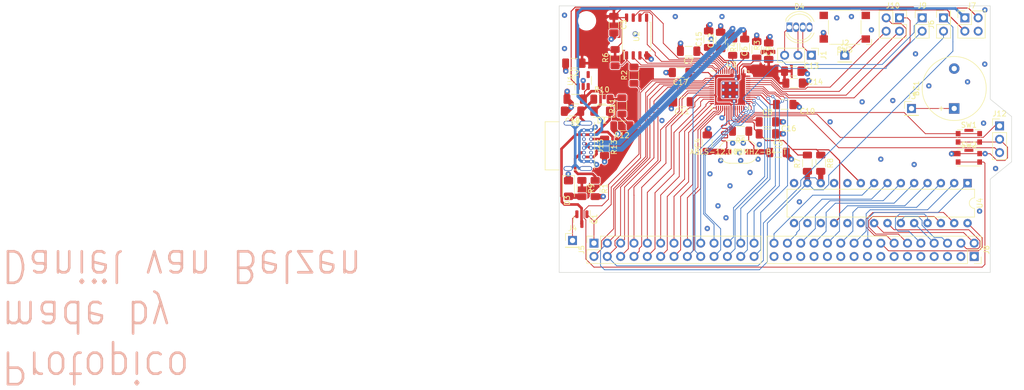
<source format=kicad_pcb>
(kicad_pcb (version 20211014) (generator pcbnew)
  (layers (0 "F.Cu" signal "Front") (1 "In1.Cu" signal "Gnd2") (2 "In2.Cu" signal "Gnd3") (31 "B.Cu" signal "Back") (34 "B.Paste" user) (35 "F.Paste" user) (36 "B.SilkS" user "B.Silkscreen") (37 "F.SilkS" user "F.Silkscreen") (38 "B.Mask" user) (39 "F.Mask" user) (44 "Edge.Cuts" user))
  (net 0 "")
  (net 1 "Net-(BZ1-Pad1)")
  (net 2 "GND")
  (net 3 "/VSYS")
  (net 4 "+3V3")
  (net 5 "/XIN")
  (net 6 "Net-(C5-Pad1)")
  (net 7 "+1V1")
  (net 8 "VBUS")
  (net 9 "Net-(D4-Pad2)")
  (net 10 "Net-(D4-Pad1)")
  (net 11 "/GPIO27_ADC1")
  (net 12 "Net-(D4-Pad3)")
  (net 13 "Net-(J2-Pad1)")
  (net 14 "/5VSIG")
  (net 15 "/GPIO0")
  (net 16 "/GPIO1")
  (net 17 "/GPIO2")
  (net 18 "/GPIO3")
  (net 19 "/GPIO4")
  (net 20 "/GPIO5")
  (net 21 "/GPIO6")
  (net 22 "/GPIO7")
  (net 23 "/GPIO8")
  (net 24 "/GPIO9")
  (net 25 "/GPIO10")
  (net 26 "/GPIO11")
  (net 27 "/GPIO12")
  (net 28 "/GPIO13")
  (net 29 "/GPIO14")
  (net 30 "/GPIO229_ADC3")
  (net 31 "/QSPI_SCLK")
  (net 32 "/GPIO17")
  (net 33 "/GPIO18")
  (net 34 "/GPIO19")
  (net 35 "/GPIO20")
  (net 36 "/GPIO21")
  (net 37 "/GPIO22")
  (net 38 "/GPIO23")
  (net 39 "/GPIO24")
  (net 40 "/GPIO25")
  (net 41 "/GPA0")
  (net 42 "/GPA1")
  (net 43 "/GPA2")
  (net 44 "/GPA3")
  (net 45 "/GPA4")
  (net 46 "/GPA5")
  (net 47 "/GPA6")
  (net 48 "/GPA7")
  (net 49 "/GPB0")
  (net 50 "/GPB1")
  (net 51 "/GPB2")
  (net 52 "/GPB3")
  (net 53 "/GPB4")
  (net 54 "/GPB5")
  (net 55 "/GPB6")
  (net 56 "/GPB7")
  (net 57 "/GPIO15")
  (net 58 "/GPIO16")
  (net 59 "/GPIO26_ADC0")
  (net 60 "/GPIO28_ADC2")
  (net 61 "/SWD")
  (net 62 "/SCLK")
  (net 63 "/USB_D+")
  (net 64 "/USB_D-")
  (net 65 "/USB_BOOT")
  (net 66 "/QSPI_SS")
  (net 67 "Net-(R3-Pad2)")
  (net 68 "Net-(R4-Pad2)")
  (net 69 "/XOUT")
  (net 70 "/RUN")
  (net 72 "/QSPI_SD1")
  (net 73 "/QSPI_SD2")
  (net 74 "/QSPI_SD0")
  (net 75 "/QSPI_SD3")
  (net 80 "Net-(D3-Pad2)")
  (net 81 "Net-(J13-PadS1)")
  (net 82 "Net-(R13-Pad1)")
  (net 84 "Net-(J13-PadB5)")
  (net 86 "Net-(R10-Pad2)")
  (net 87 "Net-(R11-Pad1)")
  (footprint "Resistor_SMD:R_1206_3216Metric_Pad1.30x1.75mm_HandSolder" (layer "F.Cu") (at 163.04 86.06 90)
    (fp_text reference "R6")
    (fp_text value "10K")
  )
  (footprint "Resistor_SMD:R_1206_3216Metric_Pad1.30x1.75mm_HandSolder" (layer "F.Cu") (at 159.258 110.998 -90)
    (fp_text reference "R1")
    (fp_text value "5.1K")
  )
  (footprint "HEAADERS:Pin_Header_Straight_1x03_Pitch2.54mm" (layer "F.Cu") (at 200.391 85.598 -90)
    (fp_text reference "J1")
    (fp_text value "Conn_01x03")
  )
  (footprint "RP2040_minimal:RP2040-QFN-56" (layer "F.Cu") (at 184.912 92.202)
    (fp_text reference "U3")
    (fp_text value "RP2040")
  )
  (footprint "HEAADERS:Pin_Header_Straight_1x03_Pitch2.54mm" (layer "F.Cu") (at 236.22 99.075)
    (fp_text reference "J12")
    (fp_text value "Conn_01x03")
  )
  (footprint "Package_SO:SOIC-8_5.23x5.23mm_P1.27mm" (layer "F.Cu") (at 167.132 82.042 90)
    (fp_text reference "U2")
    (fp_text value "W25Q128JVS")
  )
  (footprint "Resistor_SMD:R_1206_3216Metric_Pad1.30x1.75mm_HandSolder" (layer "F.Cu") (at 166.624 89.408 90)
    (fp_text reference "R2")
    (fp_text value "1K")
  )
  (footprint "Capacitor_SMD:C_1206_3216Metric_Pad1.33x1.80mm_HandSolder" (layer "F.Cu") (at 180.594 102.362 90)
    (fp_text reference "C4")
    (fp_text value "27pF")
  )
  (footprint "Capacitor_SMD:C_1206_3216Metric_Pad1.33x1.80mm_HandSolder" (layer "F.Cu") (at 175.768 94.488 180)
    (fp_text reference "C11")
    (fp_text value "100nF")
  )
  (footprint "" (layer "F.Cu") (at 232.18 84.89)
    (fp_text reference "")
    (fp_text value "")
  )
  (footprint "Button_Switch_SMD:SW_Push_1P1T-SH_NO_CK_KMR2xxG" (layer "F.Cu") (at 230.378 101.346)
    (fp_text reference "SW1")
    (fp_text value "SW_SPST")
  )
  (footprint "" (layer "F.Cu") (at 157.59 79.05)
    (fp_text reference "")
    (fp_text value "")
  )
  (footprint "Capacitor_SMD:C_1206_3216Metric_Pad1.33x1.80mm_HandSolder" (layer "F.Cu") (at 175.514 88.9 180)
    (fp_text reference "C17")
    (fp_text value "100nF")
  )
  (footprint "Button_Switch_SMD:SW_Push_1P1T-SH_NO_CK_KMR2xxG" (layer "F.Cu") (at 230.378 105.156)
    (fp_text reference "SW2")
    (fp_text value "SW_SPST")
  )
  (footprint "LED_SMD:LED_1206_3216Metric_Pad1.42x1.75mm_HandSolder" (layer "F.Cu") (at 154.178 110.998 -90)
    (fp_text reference "D3")
    (fp_text value "LED")
  )
  (footprint "" (layer "F.Cu") (at 223.99 106.26)
    (fp_text reference "")
    (fp_text value "")
  )
  (footprint "ABLS7M2:ABLS7M2-16.000MHZ-D-2Y-T" (layer "F.Cu") (at 186.4995 104.013 180)
    (fp_text reference "Y1")
    (fp_text value "ABLS-12.000MHZ-B4-T")
  )
  (footprint "Package_TO_SOT_SMD:SOT-23" (layer "F.Cu") (at 156.718 116.84 -90)
    (fp_text reference "Q1")
    (fp_text value "BC848")
  )
  (footprint "Capacitor_SMD:C_1206_3216Metric_Pad1.33x1.80mm_HandSolder" (layer "F.Cu") (at 196.85 88.646)
    (fp_text reference "C13")
    (fp_text value "100nF")
  )
  (footprint "Resistor_SMD:R_1206_3216Metric_Pad1.30x1.75mm_HandSolder" (layer "F.Cu") (at 156.718 110.998 -90)
    (fp_text reference "R9")
    (fp_text value "20Ω")
  )
  (footprint "HEAADERS:Socket_Strip_Straight_1x01_Pitch2.54mm" (layer "F.Cu") (at 154.94 120.904)
    (fp_text reference "J4")
    (fp_text value "Conn_01x01")
  )
  (footprint "Capacitor_SMD:C_1206_3216Metric_Pad1.33x1.80mm_HandSolder" (layer "F.Cu") (at 189.992 84.582 90)
    (fp_text reference "C6")
    (fp_text value "1uF")
  )
  (footprint "LED_THT:LED_D5.0mm-4_RGB" (layer "F.Cu") (at 196.22 80.264)
    (fp_text reference "D4")
    (fp_text value "LED_RGB")
  )
  (footprint "Resistor_SMD:R_1206_3216Metric_Pad1.30x1.75mm_HandSolder" (layer "F.Cu") (at 161.036 103.124 -90)
    (fp_text reference "R13")
    (fp_text value "5.1K")
  )
  (footprint "Resistor_SMD:R_1206_3216Metric_Pad1.30x1.75mm_HandSolder" (layer "F.Cu") (at 160.528 93.98)
    (fp_text reference "R10")
    (fp_text value "10K")
  )
  (footprint "Resistor_SMD:R_1206_3216Metric_Pad1.30x1.75mm_HandSolder" (layer "F.Cu") (at 187.706 84.074 -90)
    (fp_text reference "R3")
    (fp_text value "27.4")
  )
  (footprint "HEAADERS:Pin_Header_Straight_1x01_Pitch2.54mm" (layer "F.Cu") (at 219.456 95.758)
    (fp_text reference "J3")
    (fp_text value "Conn_01x01")
  )
  (footprint "Resistor_SMD:R_1206_3216Metric_Pad1.30x1.75mm_HandSolder" (layer "F.Cu") (at 185.42 84.074 -90)
    (fp_text reference "R4")
    (fp_text value "27.4")
  )
  (footprint "Capacitor_SMD:C_1206_3216Metric_Pad1.33x1.80mm_HandSolder" (layer "F.Cu") (at 177.038 84.836 180)
    (fp_text reference "C7")
    (fp_text value "100nF")
  )
  (footprint "Resistor_SMD:R_1206_3216Metric_Pad1.30x1.75mm_HandSolder" (layer "F.Cu") (at 164.338 95.25 90)
    (fp_text reference "R11")
    (fp_text value "10K")
  )
  (footprint "Capacitor_SMD:C_1206_3216Metric_Pad1.33x1.80mm_HandSolder" (layer "F.Cu") (at 154.94 96.266 180)
    (fp_text reference "C18")
    (fp_text value "100nF")
  )
  (footprint "Resistor_SMD:R_1206_3216Metric_Pad1.30x1.75mm_HandSolder" (layer "F.Cu") (at 164.338 99.06 180)
    (fp_text reference "R12")
    (fp_text value "10K")
  )
  (footprint "Package_DIP:DIP-28_W7.62mm" (layer "F.Cu") (at 230.124 109.982 -90)
    (fp_text reference "U4")
    (fp_text value "MCP23017_SP")
  )
  (footprint "Capacitor_SMD:C_1206_3216Metric_Pad1.33x1.80mm_HandSolder" (layer "F.Cu") (at 197.104 90.932)
    (fp_text reference "C14")
    (fp_text value "100nF")
  )
  (footprint "HEAADERS:Pin_Header_Straight_1x01_Pitch2.54mm" (layer "F.Cu") (at 206.756 85.598)
    (fp_text reference "J2")
    (fp_text value "Conn_01x01")
  )
  (footprint "Resistor_SMD:R_1206_3216Metric_Pad1.30x1.75mm_HandSolder" (layer "F.Cu") (at 202.184 106.172 -90)
    (fp_text reference "R8")
    (fp_text value "4K7")
  )
  (footprint "HEAADERS:Socket_Strip_Straight_2x01_Pitch2.54mm" (layer "F.Cu") (at 225.552 78.481 90)
    (fp_text reference "J6")
    (fp_text value "Conn_01x02")
  )
  (footprint "HEAADERS:Pin_Header_Straight_2x02_Pitch2.54mm" (layer "F.Cu") (at 229.611 78.481)
    (fp_text reference "J7")
    (fp_text value "Conn_02x02_Odd_Even")
  )
  (footprint "HEAADERS:Socket_Strip_Straight_1x02_Pitch2.54mm" (layer "F.Cu") (at 221.488 78.481)
    (fp_text reference "J9")
    (fp_text value "Conn_01x02")
  )
  (footprint "" (layer "F.Cu") (at 154.94 124.714)
    (fp_text reference "")
    (fp_text value "")
  )
  (footprint "Capacitor_SMD:C_1206_3216Metric_Pad1.33x1.80mm_HandSolder" (layer "F.Cu") (at 192.024 100.584)
    (fp_text reference "C16")
    (fp_text value "100nF")
  )
  (footprint "Diode_SMD:D_1206_3216Metric_Pad1.42x1.75mm_HandSolder" (layer "F.Cu") (at 160.528 96.266 180)
    (fp_text reference "D1")
    (fp_text value "DIODE")
  )
  (footprint "Connector_USB:USB_C_Receptacle_GCT_USB4085" (layer "F.Cu") (at 158.457 99.895 -90)
    (fp_text reference "J13")
    (fp_text value "USB_C_Receptacle")
  )
  (footprint "Button_Switch_SMD:SW_SPST_Omron_B3FS-105xP" (layer "F.Cu") (at 206.756 80.264 180)
    (fp_text reference "SW3")
    (fp_text value "SW_SPST")
  )
  (footprint "Capacitor_SMD:C_1206_3216Metric_Pad1.33x1.80mm_HandSolder" (layer "F.Cu") (at 155.448 93.98 180)
    (fp_text reference "C1")
    (fp_text value "1uF")
  )
  (footprint "Capacitor_SMD:C_1206_3216Metric_Pad1.33x1.80mm_HandSolder" (layer "F.Cu") (at 180.848 82.55 90)
    (fp_text reference "C15")
    (fp_text value "100nF")
  )
  (footprint "HEAADERS:Socket_Strip_Straight_2x13_Pitch2.54mm" (layer "F.Cu") (at 159.019 121.412 90)
    (fp_text reference "J5")
    (fp_text value "Conn_02x13_Odd_Even")
  )
  (footprint "Capacitor_SMD:C_1206_3216Metric_Pad1.33x1.80mm_HandSolder" (layer "F.Cu") (at 155.194 87.122 180)
    (fp_text reference "C2")
    (fp_text value "1uF")
  )
  (footprint "Buzzer_Beeper:Buzzer_12x9.5RM7.6" (layer "F.Cu") (at 227.584 95.748 90)
    (fp_text reference "BZ1")
    (fp_text value "Buzzer")
  )
  (footprint "HEAADERS:Socket_Strip_Straight_2x02_Pitch2.54mm" (layer "F.Cu") (at 217.175 78.481)
    (fp_text reference "J10")
    (fp_text value "Conn_02x02_Odd_Even")
  )
  (footprint "Resistor_SMD:R_1206_3216Metric_Pad1.30x1.75mm_HandSolder" (layer "F.Cu") (at 186.944 100.076 180)
    (fp_text reference "R5")
    (fp_text value "1K")
  )
  (footprint "Capacitor_SMD:C_1206_3216Metric_Pad1.33x1.80mm_HandSolder" (layer "F.Cu") (at 162.814 79.756 -90)
    (fp_text reference "C3")
    (fp_text value "100nF")
  )
  (footprint "Capacitor_SMD:C_1206_3216Metric_Pad1.33x1.80mm_HandSolder" (layer "F.Cu") (at 183.134 82.804 90)
    (fp_text reference "C12")
    (fp_text value "100nF")
  )
  (footprint "Capacitor_SMD:C_1206_3216Metric_Pad1.33x1.80mm_HandSolder" (layer "F.Cu") (at 195.326 94.996)
    (fp_text reference "C10")
    (fp_text value "100nF")
  )
  (footprint "Capacitor_SMD:C_1206_3216Metric_Pad1.33x1.80mm_HandSolder" (layer "F.Cu") (at 192.278 84.836 90)
    (fp_text reference "C9")
    (fp_text value "1uF")
  )
  (footprint "HEAADERS:Socket_Strip_Straight_2x16_Pitch2.54mm" (layer "F.Cu") (at 231.394 123.957 -90)
    (fp_text reference "J8")
    (fp_text value "Conn_02x16_Odd_Even")
  )
  (footprint "Capacitor_SMD:C_1206_3216Metric_Pad1.33x1.80mm_HandSolder" (layer "F.Cu") (at 192.024 98.298)
    (fp_text reference "C8")
    (fp_text value "100nF")
  )
  (footprint "Package_TO_SOT_SMD:SOT-23-5" (layer "F.Cu") (at 156.972 90.424 90)
    (fp_text reference "U1")
    (fp_text value "XC6210B332MR")
  )
  (footprint "Resistor_SMD:R_1206_3216Metric_Pad1.30x1.75mm_HandSolder" (layer "F.Cu") (at 199.644 106.172 -90)
    (fp_text reference "R7")
    (fp_text value "4K7")
  )
  (footprint "Capacitor_SMD:C_1206_3216Metric_Pad1.33x1.80mm_HandSolder" (layer "F.Cu") (at 194.056 104.14)
    (fp_text reference "C5")
    (fp_text value "27pF")
  )
  (gr_line (start 238.506 105.918) (end 238.506 97.282) (layer "Edge.Cuts") (width 0.1))
  (gr_line (start 152.4 76.2) (end 152.4 127) (layer "Edge.Cuts") (width 0.1))
  (gr_line (start 234.442 127) (end 234.442 109.22) (layer "Edge.Cuts") (width 0.1))
  (gr_line (start 238.506 97.282) (end 234.442 93.98) (layer "Edge.Cuts") (width 0.1))
  (gr_line (start 234.442 76.2) (end 152.4 76.2) (layer "Edge.Cuts") (width 0.1))
  (gr_line (start 234.442 76.2) (end 234.442 93.98) (layer "Edge.Cuts") (width 0.1))
  (gr_line (start 152.4 127) (end 234.442 127) (layer "Edge.Cuts") (width 0.1))
  (gr_line (start 234.442 109.22) (end 238.506 105.918) (layer "Edge.Cuts") (width 0.1))
  (gr_text "Protopico\nmade by \nDaniël van Belzen" (at 45.974 135.382 180) (layer "B.SilkS") (effects (font (size 6 5) (thickness 0.5)) (justify left mirror)))
  (segment (start 227.574 95.758) (end 227.584 95.748) (width 0.15) (layer "F.Cu") (net 1))
  (segment (start 219.456 95.758) (end 227.574 95.758) (width 0.15) (layer "F.Cu") (net 1))
  (segment (start 154.136 108.246) (end 154.136 109.4685) (width 1) (layer "F.Cu") (net 2))
  (segment (start 183.388 97.536) (end 183.912 97.012) (width 0.2) (layer "F.Cu") (net 2))
  (segment (start 153.924 92.456) (end 153.924 92.4945) (width 1) (layer "F.Cu") (net 2))
  (segment (start 192.278 82.296) (end 192.532 82.042) (width 1) (layer "F.Cu") (net 2))
  (segment (start 173.753627 95.775627) (end 173.753627 94.939873) (width 1) (layer "F.Cu") (net 2))
  (segment (start 196.596 105.41) (end 195.6185 104.4325) (width 1) (layer "F.Cu") (net 2))
  (segment (start 160.782 112.522) (end 160.756 112.548) (width 1) (layer "F.Cu") (net 2))
  (segment (start 154.686 94.7805) (end 153.8855 93.98) (width 1) (layer "F.Cu") (net 2))
  (segment (start 154.136 109.4685) (end 154.178 109.5105) (width 1) (layer "F.Cu") (net 2))
  (segment (start 228.328 104.356) (end 227.114 104.356) (width 1) (layer "F.Cu") (net 2))
  (segment (start 198.6665 90.932) (end 199.39 90.932) (width 1) (layer "F.Cu") (net 2))
  (segment (start 233.464 104.356) (end 234.404 104.356) (width 0.15) (layer "F.Cu") (net 2))
  (segment (start 235.689 102.146) (end 232.428 102.146) (width 0.15) (layer "F.Cu") (net 2))
  (segment (start 153.67 88.646) (end 153.6315 88.6075) (width 1) (layer "F.Cu") (net 2))
  (segment (start 169.926 86.36) (end 169.208 85.642) (width 1) (layer "F.Cu") (net 2))
  (segment (start 235.712 105.664) (end 237.236 105.664) (width 0.15) (layer "F.Cu") (net 2))
  (segment (start 193.5865 100.584) (end 195.072 100.584) (width 1) (layer "F.Cu") (net 2))
  (segment (start 169.208 85.642) (end 169.037 85.642) (width 1) (layer "F.Cu") (net 2))
  (segment (start 180.594 99.822) (end 180.848 99.568) (width 1) (layer "F.Cu") (net 2))
  (segment (start 162.306 82.55) (end 162.814 82.042) (width 1) (layer "F.Cu") (net 2))
  (segment (start 156.972 91.5615) (end 156.972 90.424) (width 0.5) (layer "F.Cu") (net 2))
  (segment (start 183.134 81.2415) (end 183.134 80.01) (width 1) (layer "F.Cu") (net 2))
  (segment (start 175.514 83.312) (end 175.4755 83.3505) (width 1) (layer "F.Cu") (net 2))
  (segment (start 160.756 112.548) (end 159.258 112.548) (width 1) (layer "F.Cu") (net 2))
  (segment (start 237.744 103.139) (end 236.22 101.615) (width 0.15) (layer "F.Cu") (net 2))
  (segment (start 154.686 95.504) (end 154.686 94.7805) (width 1) (layer "F.Cu") (net 2))
  (segment (start 180.848 80.01) (end 181.102 79.756) (width 1) (layer "F.Cu") (net 2))
  (segment (start 163.576 100.584) (end 162.788 99.796) (width 1) (layer "F.Cu") (net 2))
  (segment (start 189.992 83.0195) (end 189.992 81.788) (width 1) (layer "F.Cu") (net 2))
  (segment (start 192.278 83.2735) (end 192.278 82.296) (width 1) (layer "F.Cu") (net 2))
  (segment (start 232.428 104.356) (end 228.328 104.356) (width 0.15) (layer "F.Cu") (net 2))
  (segment (start 228.328 102.146) (end 232.428 102.146) (width 0.15) (layer "F.Cu") (net 2))
  (segment (start 237.236 105.664) (end 237.744 105.156) (width 0.15) (layer "F.Cu") (net 2))
  (segment (start 236.22 101.615) (end 235.689 102.146) (width 0.15) (layer "F.Cu") (net 2))
  (segment (start 154.686 95.504) (end 153.924 96.266) (width 1) (layer "F.Cu") (net 2))
  (segment (start 202.756 81.344) (end 202.692 81.28) (width 1) (layer "F.Cu") (net 2))
  (segment (start 183.912 97.012) (end 183.912 95.6395) (width 0.2) (layer "F.Cu") (net 2))
  (segment (start 153.924 96.266) (end 153.3775 96.266) (width 1) (layer "F.Cu") (net 2))
  (segment (start 234.404 104.356) (end 235.712 105.664) (width 0.15) (layer "F.Cu") (net 2))
  (segment (start 173.9515 88.9) (end 172.72 88.9) (width 1) (layer "F.Cu") (net 2))
  (segment (start 193.5865 98.298) (end 195.072 98.298) (width 1) (layer "F.Cu") (net 2))
  (segment (start 196.8885 94.996) (end 197.612 94.996) (width 1) (layer "F.Cu") (net 2))
  (segment (start 180.594 100.7995) (end 180.594 99.822) (width 1) (layer "F.Cu") (net 2))
  (segment (start 199.39 90.932) (end 199.898 90.424) (width 1) (layer "F.Cu") (net 2))
  (segment (start 195.6185 104.4325) (end 195.6185 104.14) (width 1) (layer "F.Cu") (net 2))
  (segment (start 227.076 104.394) (end 227.114 104.356) (width 1) (layer "F.Cu") (net 2))
  (segment (start 237.744 105.156) (end 237.744 103.139) (width 0.15) (layer "F.Cu") (net 2))
  (segment (start 153.8855 92.533) (end 153.924 92.4945) (width 1) (layer "F.Cu") (net 2))
  (segment (start 232.428 104.356) (end 233.464 104.356) (width 0.15) (layer "F.Cu") (net 2))
  (segment (start 173.753627 94.939873) (end 174.2055 94.488) (width 1) (layer "F.Cu") (net 2))
  (segment (start 161.036 104.674) (end 161.036 105.918) (width 1) (layer "F.Cu") (net 2))
  (segment (start 175.4755 83.3505) (end 175.4755 84.836) (width 1) (layer "F.Cu") (net 2))
  (segment (start 162.814 82.042) (end 162.814 81.3185) (width 1) (layer "F.Cu") (net 2))
  (segment (start 162.788 99.796) (end 162.788 99.06) (width 1) (layer "F.Cu") (net 2))
  (segment (start 197.612 94.996) (end 198.12 95.504) (width 1) (layer "F.Cu") (net 2))
  (segment (start 180.848 80.9875) (end 180.848 80.01) (width 1) (layer "F.Cu") (net 2))
  (segment (start 199.136 88.646) (end 199.644 89.154) (width 1) (layer "F.Cu") (net 2))
  (segment (start 153.6315 88.6075) (end 153.6315 87.122) (width 1) (layer "F.Cu") (net 2))
  (segment (start 198.4125 88.646) (end 199.136 88.646) (width 1) (layer "F.Cu") (net 2))
  (segment (start 153.8855 93.98) (end 153.8855 92.533) (width 1) (layer "F.Cu") (net 2))
  (segment (start 202.756 82.514) (end 202.756 81.344) (width 1) (layer "F.Cu") (net 2))
  (via (at 162.306 82.55) (size 1) (drill 0.4) (layers "F.Cu" "B.Cu") (net 2))
  (via (at 235.458 107.188) (size 1) (drill 0.4) (layers "F.Cu" "B.Cu") (net 2))
  (via (at 183.388 97.536) (size 1) (drill 0.4) (layers "F.Cu" "B.Cu") (net 2))
  (via (at 186.944 105.664) (size 1) (drill 0.4) (layers "F.Cu" "B.Cu") (net 2))
  (via (at 199.898 90.424) (size 1) (drill 0.4) (layers "F.Cu" "B.Cu") (net 2))
  (via (at 184.15 116.586) (size 1) (drill 0.4) (layers "F.Cu" "B.Cu") (net 2))
  (via (at 219.964 106.426) (size 1) (drill 0.4) (layers "F.Cu" "B.Cu") (net 2))
  (via (at 232.41 115.316) (size 1) (drill 0.4) (layers "F.Cu" "B.Cu") (net 2))
  (via (at 161.036 105.918) (size 1) (drill 0.4) (layers "F.Cu" "B.Cu") (net 2))
  (via (at 159.258 99.314) (size 1) (drill 0.4) (layers "F.Cu" "B.Cu") (net 2))
  (via (at 196.596 105.41) (size 1) (drill 0.4) (layers "F.Cu" "B.Cu") (net 2))
  (via (at 233.172 98.552) (size 1) (drill 0.4) (layers "F.Cu" "B.Cu") (net 2))
  (via (at 156.972 90.424) (size 1) (drill 0.4) (layers "F.Cu" "B.Cu") (net 2))
  (via (at 199.644 89.154) (size 1) (drill 0.4) (layers "F.Cu" "B.Cu") (net 2))
  (via (at 169.926 86.36) (size 1) (drill 0.4) (layers "F.Cu" "B.Cu") (net 2))
  (via (at 192.532 82.042) (size 1) (drill 0.4) (layers "F.Cu" "B.Cu") (net 2))
  (via (at 203.962 98.298) (size 1) (drill 0.4) (layers "F.Cu" "B.Cu") (net 2))
  (via (at 227.076 104.394) (size 1) (drill 0.4) (layers "F.Cu" "B.Cu") (net 2))
  (via (at 163.576 100.584) (size 1) (drill 0.4) (layers "F.Cu" "B.Cu") (net 2))
  (via (at 211.836 80.772) (size 1) (drill 0.4) (layers "F.Cu" "B.Cu") (net 2))
  (via (at 180.848 99.568) (size 1) (drill 0.4) (layers "F.Cu" "B.Cu") (net 2))
  (via (at 166.878 81.534) (size 1) (drill 0.4) (layers "F.Cu" "B.Cu") (net 2))
  (via (at 184.912 110.49) (size 1) (drill 0.4) (layers "F.Cu" "B.Cu") (net 2))
  (via (at 186.69 104.14) (size 1) (drill 0.4) (layers "F.Cu" "B.Cu") (net 2))
  (via (at 181.102 79.756) (size 1) (drill 0.4) (layers "F.Cu" "B.Cu") (net 2))
  (via (at 233.4 87.3) (size 1) (drill 0.4) (layers "F.Cu" "B.Cu") (net 2))
  (via (at 195.072 100.584) (size 1) (drill 0.4) (layers "F.Cu" "B.Cu") (net 2))
  (via (at 189.992 81.788) (size 1) (drill 0.4) (layers "F.Cu" "B.Cu") (net 2))
  (via (at 190.246 105.41) (size 1) (drill 0.4) (layers "F.Cu" "B.Cu") (net 2))
  (via (at 202.692 81.28) (size 1) (drill 0.4) (layers "F.Cu" "B.Cu") (net 2))
  (via (at 180.594 118.618) (size 1) (drill 0.4) (layers "F.Cu" "B.Cu") (net 2))
  (via (at 195.072 98.298) (size 1) (drill 0.4) (layers "F.Cu" "B.Cu") (net 2))
  (via (at 185.42 102.362) (size 1) (drill 0.4) (layers "F.Cu" "B.Cu") (net 2))
  (via (at 153.67 88.646) (size 1) (drill 0.4) (layers "F.Cu" "B.Cu") (net 2))
  (via (at 153.924 92.4945) (size 1) (drill 0.4) (layers "F.Cu" "B.Cu") (net 2))
  (via (at 153.416 77.978) (size 1) (drill 0.4) (layers "F.Cu" "B.Cu") (net 2))
  (via (at 233.464 104.356) (size 1) (drill 0.4) (layers "F.Cu" "B.Cu") (net 2))
  (via (at 198.12 95.504) (size 1) (drill 0.4) (layers "F.Cu" "B.Cu") (net 2))
  (via (at 190.5 102.616) (size 1) (drill 0.4) (layers "F.Cu" "B.Cu") (net 2))
  (via (at 230.124 90.678) (size 1) (drill 0.4) (layers "F.Cu" "B.Cu") (net 2))
  (via (at 154.136 108.246) (size 1) (drill 0.4) (layers "F.Cu" "B.Cu") (net 2))
  (via (at 173.753627 95.775627) (size 1) (drill 0.4) (layers "F.Cu" "B.Cu") (net 2))
  (via (at 171.958 98.044) (size 1) (drill 0.4) (layers "F.Cu" "B.Cu") (net 2))
  (via (at 220.218 85.344) (size 1) (drill 0.4) (layers "F.Cu" "B.Cu") (net 2))
  (via (at 222.758 91.44) (size 1) (drill 0.4) (layers "F.Cu" "B.Cu") (net 2))
  (via (at 205.232 78.486) (size 1) (drill 0.4) (layers "F.Cu" "B.Cu") (net 2))
  (via (at 183.134 80.01) (size 1) (drill 0.4) (layers "F.Cu" "B.Cu") (net 2))
  (via (at 175.514 83.312) (size 1) (drill 0.4) (layers "F.Cu" "B.Cu") (net 2))
  (via (at 181.356 82.55) (size 1) (drill 0.4) (layers "F.Cu" "B.Cu") (net 2))
  (via (at 172.72 88.9) (size 1) (drill 0.4) (layers "F.Cu" "B.Cu") (net 2))
  (via (at 215.9 94.234) (size 1) (drill 0.4) (layers "F.Cu" "B.Cu") (net 2))
  (via (at 183.134 105.664) (size 1) (drill 0.4) (layers "F.Cu" "B.Cu") (net 2))
  (via (at 208.026 78.232) (size 1) (drill 0.4) (layers "F.Cu" "B.Cu") (net 2))
  (via (at 153.416 84.328) (size 1) (drill 0.4) (layers "F.Cu" "B.Cu") (net 2))
  (via (at 187.452 102.362) (size 1) (drill 0.4) (layers "F.Cu" "B.Cu") (net 2))
  (via (at 182.626 114.3) (size 1) (drill 0.4) (layers "F.Cu" "B.Cu") (net 2))
  (via (at 159.512 106.426) (size 1) (drill 0.4) (layers "F.Cu" "B.Cu") (net 2))
  (via (at 183.388 78.232) (size 1) (drill 0.4) (layers "F.Cu" "B.Cu") (net 2))
  (via (at 188.722 107.95) (size 1) (drill 0.4) (layers "F.Cu" "B.Cu") (net 2))
  (via (at 213.614 105.41) (size 1) (drill 0.4) (layers "F.Cu" "B.Cu") (net 2))
  (via (at 154.686 95.504) (size 1) (drill 0.4) (layers "F.Cu" "B.Cu") (net 2))
  (via (at 174.498 78.232) (size 1) (drill 0.4) (layers "F.Cu" "B.Cu") (net 2))
  (via (at 233.426 76.962) (size 1) (drill 0.4) (layers "F.Cu" "B.Cu") (net 2))
  (via (at 198.12 113.538) (size 1) (drill 0.4) (layers "F.Cu" "B.Cu") (net 2))
  (via (at 210.058 94.488) (size 1) (drill 0.4) (layers "F.Cu" "B.Cu") (net 2))
  (via (at 181.102 108.204) (size 1) (drill 0.4) (layers "F.Cu" "B.Cu") (net 2))
  (via (at 160.782 112.522) (size 1) (drill 0.4) (layers "F.Cu" "B.Cu") (net 2))
  (segment (start 158.931 105.845) (end 158.457 105.845) (width 0.5) (layer "B.Cu") (net 2))
  (segment (start 159.512 106.426) (end 158.931 105.845) (width 0.5) (layer "B.Cu") (net 2))
  (segment (start 156.645 99.895) (end 157.107 99.895) (width 0.5) (layer "B.Cu") (net 2))
  (segment (start 157.107 99.895) (end 158.457 99.895) (width 0.5) (layer "B.Cu") (net 2))
  (segment (start 156.257489 100.282511) (end 156.645 99.895) (width 0.5) (layer "B.Cu") (net 2))
  (segment (start 159.258 99.314) (end 158.677 99.895) (width 0.5) (layer "B.Cu") (net 2))
  (segment (start 156.257489 105.490463) (end 156.257489 100.282511) (width 0.5) (layer "B.Cu") (net 2))
  (segment (start 157.107 105.845) (end 158.457 105.845) (width 0.5) (layer "B.Cu") (net 2))
  (segment (start 157.107 105.845) (end 156.612026 105.845) (width 0.5) (layer "B.Cu") (net 2))
  (segment (start 156.612026 105.845) (end 156.257489 105.490463) (width 0.5) (layer "B.Cu") (net 2))
  (segment (start 158.677 99.895) (end 158.457 99.895) (width 0.5) (layer "B.Cu") (net 2))
  (segment (start 230.28008 76.61008) (end 219.964 76.61008) (width 0.2) (layer "F.Cu") (net 3))
  (segment (start 219.78824 76.43432) (end 162.07168 76.43432) (width 0.2) (layer "F.Cu") (net 3))
  (segment (start 154.686 77.216) (end 154.686 90.2255) (width 0.2) (layer "F.Cu") (net 3))
  (segment (start 219.964 76.61008) (end 219.78824 76.43432) (width 0.2) (layer "F.Cu") (net 3))
  (segment (start 157.922 91.506) (end 157.922 91.5615) (width 0.2) (layer "F.Cu") (net 3))
  (segment (start 156.022 92.9915) (end 156.022 91.5615) (width 0.2) (layer "F.Cu") (net 3))
  (segment (start 157.226 93.7645) (end 157.226 92.5384) (width 0.2) (layer "F.Cu") (net 3))
  (segment (start 162.052 76.454) (end 155.448 76.454) (width 0.2) (layer "F.Cu") (net 3))
  (segment (start 159.0405 96.266) (end 160.274 95.0325) (width 0.5) (layer "F.Cu") (net 3))
  (segment (start 157.0105 93.98) (end 156.022 92.9915) (width 0.2) (layer "F.Cu") (net 3))
  (segment (start 155.448 76.454) (end 154.686 77.216) (width 0.2) (layer "F.Cu") (net 3))
  (segment (start 232.151 78.481) (end 230.28008 76.61008) (width 0.2) (layer "F.Cu") (net 3))
  (segment (start 158.5345 92.456) (end 157.0105 93.98) (width 0.5) (layer "F.Cu") (net 3))
  (segment (start 157.0105 94.744) (end 157.0105 93.98) (width 0.2) (layer "F.Cu") (net 3))
  (segment (start 154.686 90.2255) (end 156.022 91.5615) (width 0.2) (layer "F.Cu") (net 3))
  (segment (start 157.922 91.8424) (end 157.922 91.5615) (width 0.2) (layer "F.Cu") (net 3))
  (segment (start 160.274 92.71) (end 160.02 92.456) (width 0.5) (layer "F.Cu") (net 3))
  (segment (start 160.274 95.0325) (end 160.274 92.71) (width 0.5) (layer "F.Cu") (net 3))
  (segment (start 157.226 92.5384) (end 157.922 91.8424) (width 0.2) (layer "F.Cu") (net 3))
  (segment (start 157.0105 93.98) (end 157.226 93.7645) (width 0.2) (layer "F.Cu") (net 3))
  (segment (start 162.07168 76.43432) (end 162.052 76.454) (width 0.2) (layer "F.Cu") (net 3))
  (segment (start 160.02 92.456) (end 158.5345 92.456) (width 0.5) (layer "F.Cu") (net 3))
  (segment (start 161.8365 78.1935) (end 161.29 78.74) (width 0.2) (layer "F.Cu") (net 4))
  (segment (start 189.242691 98.310691) (end 189.54708 98.61508) (width 0.2) (layer "F.Cu") (net 4))
  (segment (start 163.04 84.51) (end 164.338 83.212) (width 0.2) (layer "F.Cu") (net 4))
  (segment (start 185.112 89.305822) (end 185.013911 89.403911) (width 0.2) (layer "F.Cu") (net 4))
  (segment (start 182.88 85.344) (end 183.134 85.09) (width 0.2) (layer "F.Cu") (net 4))
  (segment (start 203.708 103.632) (end 201.422 103.632) (width 0.2) (layer "F.Cu") (net 4))
  (segment (start 188.3495 93.202) (end 187.69 93.202) (width 0.2) (layer "F.Cu") (net 4))
  (segment (start 192.532 94.996) (end 193.7635 94.996) (width 0.2) (layer "F.Cu") (net 4))
  (segment (start 162.814 78.1935) (end 161.8365 78.1935) (width 0.2) (layer "F.Cu") (net 4))
  (segment (start 187.452 89.408) (end 187.646 89.602) (width 0.2) (layer "F.Cu") (net 4))
  (segment (start 181.4745 89.602) (end 182.058 89.602) (width 0.2) (layer "F.Cu") (net 4))
  (segment (start 185.112 95.6395) (end 185.112 97.762) (width 0.2) (layer "F.Cu") (net 4))
  (segment (start 182.626 85.344) (end 181.864 85.344) (width 0.2) (layer "F.Cu") (net 4))
  (segment (start 185.06808 86.71808) (end 184.964 86.614) (width 0.2) (layer "F.Cu") (net 4))
  (segment (start 187.646 89.602) (end 188.3495 89.602) (width 0.2) (layer "F.Cu") (net 4))
  (segment (start 182.88 85.598) (end 182.626 85.344) (width 0.2) (layer "F.Cu") (net 4))
  (segment (start 181.864 85.344) (end 180.848 84.328) (width 0.2) (layer "F.Cu") (net 4))
  (segment (start 187.112 88.7645) (end 187.112 89.322) (width 0.2) (layer "F.Cu") (net 4))
  (segment (start 208.026 76.962) (end 207.85024 76.78624) (width 0.2) (layer "F.Cu") (net 4))
  (segment (start 185.06808 86.75977) (end 185.06808 86.71808) (width 0.2) (layer "F.Cu") (net 4))
  (segment (start 185.112 95.05) (end 185.166 94.996) (width 0.2) (layer "F.Cu") (net 4))
  (segment (start 185.013911 89.403911) (end 184.937068 89.403911) (width 0.2) (layer "F.Cu") (net 4))
  (segment (start 229.611 81.021) (end 226.653911 78.063911) (width 0.2) (layer "F.Cu") (net 4))
  (segment (start 177.0765 88.9) (end 177.0765 89.6235) (width 0.2) (layer "F.Cu") (net 4))
  (segment (start 209.804 109.982) (end 205.775911 105.953911) (width 0.2) (layer "F.Cu") (net 4))
  (segment (start 188.3495 93.202) (end 190.738 93.202) (width 0.2) (layer "F.Cu") (net 4))
  (segment (start 164.338 78.994) (end 163.5375 78.1935) (width 0.2) (layer "F.Cu") (net 4))
  (segment (start 185.660691 98.310691) (end 189.242691 98.310691) (width 0.2) (layer "F.Cu") (net 4))
  (segment (start 165.227 78.442) (end 163.0625 78.442) (width 0.2) (layer "F.Cu") (net 4))
  (segment (start 187.112 89.322) (end 187.452 89.662) (width 0.2) (layer "F.Cu") (net 4))
  (segment (start 185.512 88.7645) (end 185.512 88.046) (width 0.2) (layer "F.Cu") (net 4))
  (segment (start 185.512 87.20369) (end 185.06808 86.75977) (width 0.2) (layer "F.Cu") (net 4))
  (segment (start 185.112 95.6395) (end 185.112 95.05) (width 0.2) (layer "F.Cu") (net 4))
  (segment (start 187.452 88.8245) (end 187.452 89.408) (width 0.2) (layer "F.Cu") (net 4))
  (segment (start 191.516 87.376) (end 191.262 87.63) (width 0.2) (layer "F.Cu") (net 4))
  (segment (start 164.22126 76.78624) (end 162.814 78.1935) (width 0.2) (layer "F.Cu") (net 4))
  (segment (start 176.53452 90.16548) (end 168.90548 90.16548) (width 0.2) (layer "F.Cu") (net 4))
  (segment (start 177.3305 94.488) (end 178.6165 93.202) (width 0.2) (layer "F.Cu") (net 4))
  (segment (start 205.775911 105.699911) (end 203.708 103.632) (width 0.2) (layer "F.Cu") (net 4))
  (segment (start 196.774009 103.556009) (end 195.072 101.854) (width 0.2) (layer "F.Cu") (net 4))
  (segment (start 182.102 93.202) (end 182.372 93.472) (width 0.2) (layer "F.Cu") (net 4))
  (segment (start 189.54708 98.61508) (end 189.54708 99.66958) (width 0.2) (layer "F.Cu") (net 4))
  (segment (start 178.6165 93.202) (end 181.4745 93.202) (width 0.2) (layer "F.Cu") (net 4))
  (segment (start 163.5375 78.1935) (end 162.814 78.1935) (width 0.2) (layer "F.Cu") (net 4))
  (segment (start 205.775911 105.953911) (end 205.775911 105.699911) (width 0.2) (layer "F.Cu") (net 4))
  (segment (start 195.072 101.854) (end 191.7315 101.854) (width 0.2) (layer "F.Cu") (net 4))
  (segment (start 156.022 89.2865) (end 156.022 87.8565) (width 0.2) (layer "F.Cu") (net 4))
  (segment (start 189.54708 99.66958) (end 190.4615 100.584) (width 0.2) (layer "F.Cu") (net 4))
  (segment (start 177.0765 89.6235) (end 176.53452 90.16548) (width 0.2) (layer "F.Cu") (net 4))
  (segment (start 185.112 88.446) (end 185.112 88.7645) (width 0.2) (layer "F.Cu") (net 4))
  (segment (start 185.512 88.7645) (end 185.512 89.062) (width 0.2) (layer "F.Cu") (net 4))
  (segment (start 185.512 88.046) (end 185.112 88.446) (width 0.2) (layer "F.Cu") (net 4))
  (segment (start 187.512 88.7645) (end 187.452 88.8245) (width 0.2) (layer "F.Cu") (net 4))
  (segment (start 182.88 85.598) (end 182.88 85.344) (width 0.2) (layer "F.Cu") (net 4))
  (segment (start 205.775911 116.550089) (end 205.775911 105.699911) (width 0.2) (layer "F.Cu") (net 4))
  (segment (start 181.4745 93.202) (end 182.102 93.202) (width 0.2) (layer "F.Cu") (net 4))
  (segment (start 185.512 89.062) (end 185.166 89.408) (width 0.2) (layer "F.Cu") (net 4))
  (segment (start 183.896 86.614) (end 182.88 85.598) (width 0.2) (layer "F.Cu") (net 4))
  (segment (start 199.644 104.622) (end 197.84 104.622) (width 0.2) (layer "F.Cu") (net 4))
  (segment (start 191.262 87.63) (end 187.706 87.63) (width 0.2) (layer "F.Cu") (net 4))
  (segment (start 182.058 89.602) (end 182.372 89.916) (width 0.2) (layer "F.Cu") (net 4))
  (segment (start 185.112 97.762) (end 185.660691 98.310691) (width 0.2) (layer "F.Cu") (net 4))
  (segment (start 190.738 93.202) (end 192.532 94.996) (width 0.2) (layer "F.Cu") (net 4))
  (segment (start 204.724 117.602) (end 205.775911 116.550089) (width 0.2) (layer "F.Cu") (net 4))
  (segment (start 226.653911 77.379089) (end 226.236822 76.962) (width 0.2) (layer "F.Cu") (net 4))
  (segment (start 226.653911 78.063911) (end 226.653911 77.379089) (width 0.2) (layer "F.Cu") (net 4))
  (segment (start 226.236822 76.962) (end 208.026 76.962) (width 0.2) (layer "F.Cu") (net 4))
  (segment (start 183.134 85.09) (end 183.134 84.3665) (width 0.2) (layer "F.Cu") (net 4))
  (segment (start 187.69 93.202) (end 187.452 92.964) (width 0.2) (layer "F.Cu") (net 4))
  (segment (start 163.0625 78.442) (end 162.814 78.1935) (width 0.2) (layer "F.Cu") (net 4))
  (segment (start 181.4745 89.602) (end 180.7725 88.9) (width 0.2) (layer "F.Cu") (net 4))
  (segment (start 180.7725 88.9) (end 177.0765 88.9) (width 0.2) (layer "F.Cu") (net 4))
  (segment (start 201.346009 103.556009) (end 196.774009 103.556009) (width 0.2) (layer "F.Cu") (net 4))
  (segment (start 187.706 87.63) (end 187.112 88.224) (width 0.2) (layer "F.Cu") (net 4))
  (segment (start 202.184 104.622) (end 202.184 104.394) (width 0.2) (layer "F.Cu") (net 4))
  (segment (start 191.7315 101.854) (end 190.4615 100.584) (width 0.2) (layer "F.Cu") (net 4))
  (segment (start 184.964 86.614) (end 183.896 86.614) (width 0.2) (layer "F.Cu") (net 4))
  (segment (start 180.848 84.328) (end 180.848 84.1125) (width 0.2) (layer "F.Cu") (net 4))
  (segment (start 164.338 83.212) (end 164.338 78.994) (width 0.2) (layer "F.Cu") (net 4))
  (segment (start 184.937068 89.403911) (end 184.922489 89.41849) (width 0.2) (layer "F.Cu") (net 4))
  (segment (start 156.022 87.8565) (end 156.7565 87.122) (width 0.2) (layer "F.Cu") (net 4))
  (segment (start 202.184 104.394) (end 201.346009 103.556009) (width 0.2) (layer "F.Cu") (net 4))
  (segment (start 185.512 88.046) (end 185.512 87.20369) (width 0.2) (layer "F.Cu") (net 4))
  (segment (start 185.112 88.7645) (end 185.112 89.305822) (width 0.2) (layer "F.Cu") (net 4))
  (segment (start 207.85024 76.78624) (end 164.22126 76.78624) (width 0.2) (layer "F.Cu") (net 4))
  (segment (start 197.84 104.622) (end 196.774009 103.556009) (width 0.2) (layer "F.Cu") (net 4))
  (segment (start 187.112 88.224) (end 187.112 88.7645) (width 0.2) (layer "F.Cu") (net 4))
  (segment (start 184.312 100.144) (end 183.575424 100.144) (width 0.2) (layer "F.Cu") (net 5))
  (segment (start 184.012 98.944) (end 183.575424 98.944) (width 0.2) (layer "F.Cu") (net 5))
  (segment (start 184.312 102.244) (end 184.312 103.2414) (width 0.2) (layer "F.Cu") (net 5))
  (segment (start 180.594 103.9245) (end 183.4519 103.9245) (width 1) (layer "F.Cu") (net 5))
  (segment (start 183.575424 99.544) (end 184.012 99.544) (width 0.2) (layer "F.Cu") (net 5))
  (segment (start 184.448576 100.812288) (end 184.448576 101.275712) (width 0.2) (layer "F.Cu") (net 5))
  (segment (start 184.312 100.744) (end 184.380288 100.744) (width 0.2) (layer "F.Cu") (net 5))
  (segment (start 183.575424 100.744) (end 184.312 100.744) (width 0.2) (layer "F.Cu") (net 5))
  (segment (start 183.4519 103.9245) (end 183.5404 104.013) (width 1) (layer "F.Cu") (net 5))
  (segment (start 184.380288 101.344) (end 184.312 101.344) (width 0.2) (layer "F.Cu") (net 5))
  (segment (start 184.448576 99.612288) (end 184.448576 100.075712) (width 0.2) (layer "F.Cu") (net 5))
  (segment (start 184.012 99.544) (end 184.380288 99.544) (width 0.2) (layer "F.Cu") (net 5))
  (segment (start 183.575424 101.944) (end 184.012 101.944) (width 0.2) (layer "F.Cu") (net 5))
  (segment (start 184.312 95.6395) (end 184.312 98.644) (width 0.2) (layer "F.Cu") (net 5))
  (segment (start 184.312 101.344) (end 183.575424 101.344) (width 0.2) (layer "F.Cu") (net 5))
  (segment (start 184.312 103.2414) (end 183.5404 104.013) (width 0.2) (layer "F.Cu") (net 5))
  (segment (start 184.380288 100.144) (end 184.312 100.144) (width 0.2) (layer "F.Cu") (net 5))
  (arc (start 184.448576 101.275712) (mid 184.428575 101.323999) (end 184.380288 101.344) (width 0.2) (layer "F.Cu") (net 5))
  (arc (start 184.380288 99.544) (mid 184.428575 99.564001) (end 184.448576 99.612288) (width 0.2) (layer "F.Cu") (net 5))
  (arc (start 184.312 98.644) (mid 184.224132 98.856132) (end 184.012 98.944) (width 0.2) (layer "F.Cu") (net 5))
  (arc (start 183.575424 98.944) (mid 183.363292 99.031868) (end 183.275424 99.244) (width 0.2) (layer "F.Cu") (net 5))
  (arc (start 184.448576 100.075712) (mid 184.428575 100.123999) (end 184.380288 100.144) (width 0.2) (layer "F.Cu") (net 5))
  (arc (start 184.380288 100.744) (mid 184.428575 100.764001) (end 184.448576 100.812288) (width 0.2) (layer "F.Cu") (net 5))
  (arc (start 183.275424 99.244) (mid 183.363292 99.456132) (end 183.575424 99.544) (width 0.2) (layer "F.Cu") (net 5))
  (arc (start 183.275424 101.644) (mid 183.363292 101.856132) (end 183.575424 101.944) (width 0.2) (layer "F.Cu") (net 5))
  (arc (start 184.012 101.944) (mid 184.224132 102.031868) (end 184.312 102.244) (width 0.2) (layer "F.Cu") (net 5))
  (arc (start 183.575424 100.144) (mid 183.363292 100.231868) (end 183.275424 100.444) (width 0.2) (layer "F.Cu") (net 5))
  (arc (start 183.275424 100.444) (mid 183.363292 100.656132) (end 183.575424 100.744) (width 0.2) (layer "F.Cu") (net 5))
  (arc (start 183.575424 101.344) (mid 183.363292 101.431868) (end 183.275424 101.644) (width 0.2) (layer "F.Cu") (net 5))
  (segment (start 189.4586 102.8446) (end 189.4586 104.013) (width 0.2) (layer "F.Cu") (net 6))
  (segment (start 188.494 100.076) (end 188.468 100.102) (width 0.2) (layer "F.Cu") (net 6))
  (segment (start 188.468 100.102) (end 188.468 101.854) (width 0.2) (layer "F.Cu") (net 6))
  (segment (start 192.3665 104.013) (end 192.4935 104.14) (width 1) (layer "F.Cu") (net 6))
  (segment (start 189.4586 104.013) (end 192.3665 104.013) (width 1) (layer "F.Cu") (net 6))
  (segment (start 188.468 101.854) (end 189.4586 102.8446) (width 0.2) (layer "F.Cu") (net 6))
  (segment (start 188.494 100.076) (end 188.494 100.33) (width 0.2) (layer "F.Cu") (net 6))
  (segment (start 184.912 88.100021) (end 184.912 87.488) (width 0.2) (layer "F.Cu") (net 7))
  (segment (start 188.85842 87.27808) (end 189.992 86.1445) (width 0.2) (layer "F.Cu") (net 7))
  (segment (start 180.086 85.852) (end 179.07 84.836) (width 0.2) (layer "F.Cu") (net 7))
  (segment (start 184.712 88.7645) (end 184.712 88.300021) (width 0.2) (layer "F.Cu") (net 7))
  (segment (start 187.29592 87.27808) (end 188.85842 87.27808) (width 0.2) (layer "F.Cu") (net 7))
  (segment (start 186.712 87.862) (end 187.29592 87.27808) (width 0.2) (layer "F.Cu") (net 7))
  (segment (start 185.512 97.381494) (end 185.512 95.6395) (width 0.2) (layer "F.Cu") (net 7))
  (segment (start 185.665203 97.534697) (end 185.512 97.381494) (width 0.2) (layer "F.Cu") (net 7))
  (segment (start 189.691271 97.958771) (end 190.246 98.5135) (width 0.2) (layer "F.Cu") (net 7))
  (segment (start 186.712 89.386) (end 186.436 89.662) (width 0.2) (layer "F.Cu") (net 7))
  (segment (start 182.626 85.852) (end 180.086 85.852) (width 0.2) (layer "F.Cu") (net 7))
  (segment (start 185.665203 97.534697) (end 186.089277 97.958771) (width 0.2) (layer "F.Cu") (net 7))
  (segment (start 184.912 87.488) (end 184.912 87.36569) (width 0.2) (layer "F.Cu") (net 7))
  (segment (start 184.51223 86.96592) (end 183.73992 86.96592) (width 0.2) (layer "F.Cu") (net 7))
  (segment (start 186.712 88.7645) (end 186.712 89.386) (width 0.2) (layer "F.Cu") (net 7))
  (segment (start 186.089277 97.958771) (end 189.691271 97.958771) (width 0.2) (layer "F.Cu") (net 7))
  (segment (start 184.912 87.36569) (end 184.51223 86.96592) (width 0.2) (layer "F.Cu") (net 7))
  (segment (start 186.712 88.7645) (end 186.712 87.862) (width 0.2) (layer "F.Cu") (net 7))
  (segment (start 179.07 84.836) (end 178.6005 84.836) (width 0.2) (layer "F.Cu") (net 7))
  (segment (start 184.712 88.300021) (end 184.912 88.100021) (width 0.2) (layer "F.Cu") (net 7))
  (segment (start 183.73992 86.96592) (end 182.626 85.852) (width 0.2) (layer "F.Cu") (net 7))
  (via (at 185.665203 97.534697) (size 0.6) (drill 0.35) (layers "F.Cu" "B.Cu") (net 7))
  (via (at 185.7 94.35) (size 0.6) (drill 0.35) (layers "F.Cu" "B.Cu") (net 7))
  (via (at 186.05 90.1) (size 0.6) (drill 0.35) (layers "F.Cu" "B.Cu") (net 7))
  (via (at 184.912 87.488) (size 0.6) (drill 0.35) (layers "F.Cu" "B.Cu") (net 7))
  (segment (start 185.665203 97.534697) (end 185.665203 94.384797) (width 0.2) (layer "B.Cu") (net 7))
  (segment (start 186.05 88.626) (end 186.05 90.1) (width 0.2) (layer "B.Cu") (net 7))
  (segment (start 185.665203 94.384797) (end 185.7 94.35) (width 0.2) (layer "B.Cu") (net 7))
  (segment (start 184.912 87.488) (end 186.05 88.626) (width 0.2) (layer "B.Cu") (net 7))
  (segment (start 152.84508 112.466) (end 152.84508 103.44092) (width 0.5) (layer "F.Cu") (net 8))
  (segment (start 159.668523 100.232523) (end 159.156046 100.745) (width 0.5) (layer "F.Cu") (net 8))
  (segment (start 158.457 104.995) (end 158.951974 104.995) (width 0.5) (layer "F.Cu") (net 8))
  (segment (start 159.156046 100.745) (end 158.457 100.745) (width 0.5) (layer "F.Cu") (net 8))
  (segment (start 156.664161 117.723661) (end 156.664161 114.754161) (width 0.5) (layer "F.Cu") (net 8))
  (segment (start 162.0155 96.266) (end 162.0155 97.885546) (width 0.5) (layer "F.Cu") (net 8))
  (segment (start 153.416 114.046) (end 152.90108 113.53108) (width 0.5) (layer "F.Cu") (net 8))
  (segment (start 156.664161 114.754161) (end 155.956 114.046) (width 0.5) (layer "F.Cu") (net 8))
  (segment (start 152.90108 113.53108) (end 152.90108 112.522) (width 0.5) (layer "F.Cu") (net 8))
  (segment (start 156.718 117.7775) (end 156.664161 117.723661) (width 0.5) (layer "F.Cu") (net 8))
  (segment (start 158.457 104.995) (end 157.107 104.995) (width 0.5) (layer "F.Cu") (net 8))
  (segment (start 160.02 103.378) (end 161.798 103.378) (width 0.5) (layer "F.Cu") (net 8))
  (segment (start 155.541 100.745) (end 157.107 100.745) (width 0.5) (layer "F.Cu") (net 8))
  (segment (start 162.56 102.616) (end 162.56 101.151046) (width 0.5) (layer "F.Cu") (net 8))
  (segment (start 161.798 103.378) (end 162.56 102.616) (width 0.5) (layer "F.Cu") (net 8))
  (segment (start 161.641477 100.232523) (end 159.668523 100.232523) (width 0.5) (layer "F.Cu") (net 8))
  (segment (start 162.0155 97.885546) (end 159.668523 100.232523) (width 0.5) (layer "F.Cu") (net 8))
  (segment (start 159.512 104.434974) (end 159.512 103.886) (width 0.5) (layer "F.Cu") (net 8))
  (segment (start 155.956 114.046) (end 153.416 114.046) (width 0.5) (layer "F.Cu") (net 8))
  (segment (start 152.84508 103.44092) (end 155.541 100.745) (width 0.5) (layer "F.Cu") (net 8))
  (segment (start 159.512 103.886) (end 160.02 103.378) (width 0.5) (layer "F.Cu") (net 8))
  (segment (start 152.90108 112.522) (end 152.84508 112.466) (width 0.5) (layer "F.Cu") (net 8))
  (segment (start 157.107 100.745) (end 158.457 100.745) (width 0.5) (layer "F.Cu") (net 8))
  (segment (start 158.951974 104.995) (end 159.512 104.434974) (width 0.5) (layer "F.Cu") (net 8))
  (segment (start 162.56 101.151046) (end 161.641477 100.232523) (width 0.5) (layer "F.Cu") (net 8))
  (segment (start 160.528 98.044) (end 160.528 99.822) (width 0.5) (layer "B.Cu") (net 8))
  (segment (start 156.718 76.708) (end 155.956 77.47) (width 0.5) (layer "B.Cu") (net 8))
  (segment (start 155.956 77.47) (end 155.956 93.472) (width 0.5) (layer "B.Cu") (net 8))
  (segment (start 227.838 76.708) (end 156.718 76.708) (width 0.5) (layer "B.Cu") (net 8))
  (segment (start 160.528 99.822) (end 159.605 100.745) (width 0.5) (layer "B.Cu") (net 8))
  (segment (start 159.605 100.745) (end 158.457 100.745) (width 0.5) (layer "B.Cu") (net 8))
  (segment (start 229.611 78.481) (end 227.838 76.708) (width 0.5) (layer "B.Cu") (net 8))
  (segment (start 155.956 93.472) (end 160.528 98.044) (width 0.5) (layer "B.Cu") (net 8))
  (segment (start 197.851 85.598) (end 197.851 80.625) (width 0.15) (layer "F.Cu") (net 9))
  (segment (start 197.851 80.625) (end 197.49 80.264) (width 0.15) (layer "F.Cu") (net 9))
  (segment (start 195.311 85.598) (end 195.311 81.173) (width 0.15) (layer "F.Cu") (net 10))
  (segment (start 195.311 81.173) (end 196.22 80.264) (width 0.15) (layer "F.Cu") (net 10))
  (segment (start 218.44 81.788) (end 218.44 80.518) (width 0.15) (layer "F.Cu") (net 11))
  (segment (start 215.711911 79.557911) (end 214.635 78.481) (width 0.15) (layer "F.Cu") (net 11))
  (segment (start 207.01 93.218) (end 218.44 81.788) (width 0.15) (layer "F.Cu") (net 11))
  (segment (start 188.3495 90.802) (end 192.73702 90.802) (width 0.15) (layer "F.Cu") (net 11))
  (segment (start 195.594151 92.822005) (end 195.990146 93.218) (width 0.15) (layer "F.Cu") (net 11))
  (segment (start 217.479911 79.557911) (end 215.711911 79.557911) (width 0.15) (layer "F.Cu") (net 11))
  (segment (start 192.73702 90.802) (end 194.757025 92.822005) (width 0.15) (layer "F.Cu") (net 11))
  (segment (start 218.44 80.518) (end 217.479911 79.557911) (width 0.15) (layer "F.Cu") (net 11))
  (segment (start 194.757025 92.822005) (end 195.594151 92.822005) (width 0.15) (layer "F.Cu") (net 11))
  (segment (start 195.990146 93.218) (end 207.01 93.218) (width 0.15) (layer "F.Cu") (net 11))
  (segment (start 198.76 83.967) (end 200.391 85.598) (width 0.15) (layer "F.Cu") (net 12))
  (segment (start 198.76 80.264) (end 198.76 83.967) (width 0.15) (layer "F.Cu") (net 12))
  (segment (start 206.756 85.598) (end 209.84 82.514) (width 0.15) (layer "F.Cu") (net 13))
  (segment (start 209.84 82.514) (end 210.756 82.514) (width 0.15) (layer "F.Cu") (net 13))
  (segment (start 154.94 116.7305) (end 154.94 120.904) (width 0.15) (layer "F.Cu") (net 14))
  (segment (start 155.768 115.9025) (end 154.94 116.7305) (width 0.15) (layer "F.Cu") (net 14))
  (segment (start 167.894 105.156) (end 162.306 110.744) (width 0.15) (layer "F.Cu") (net 15))
  (segment (start 181.4745 90.002) (end 180.232081 90.002) (width 0.15) (layer "F.Cu") (net 15))
  (segment (start 170.1116 90.4924) (end 167.894 92.71) (width 0.15) (layer "F.Cu") (net 15))
  (segment (start 179.741681 90.4924) (end 170.1116 90.4924) (width 0.15) (layer "F.Cu") (net 15))
  (segment (start 159.019 117.2535) (end 159.019 121.412) (width 0.15) (layer "F.Cu") (net 15))
  (segment (start 167.894 92.71) (end 167.894 105.156) (width 0.15) (layer "F.Cu") (net 15))
  (segment (start 180.232081 90.002) (end 179.741681 90.4924) (width 0.15) (layer "F.Cu") (net 15))
  (segment (start 157.668 115.9025) (end 159.019 117.2535) (width 0.15) (layer "F.Cu") (net 15))
  (segment (start 162.306 114.046) (end 159.004 117.348) (width 0.15) (layer "F.Cu") (net 15))
  (segment (start 162.306 110.744) (end 162.306 114.046) (width 0.15) (layer "F.Cu") (net 15))
  (segment (start 168.86208 104.94992) (end 162.76608 111.04592) (width 0.15) (layer "F.Cu") (net 16))
  (segment (start 168.86208 92.75792) (end 168.86208 104.94992) (width 0.15) (layer "F.Cu") (net 16))
  (segment (start 179.866741 90.79432) (end 170.82568 90.79432) (width 0.15) (layer "F.Cu") (net 16))
  (segment (start 162.76608 118.681937) (end 160.482089 120.965928) (width 0.15) (layer "F.Cu") (net 16))
  (segment (start 160.482089 122.488911) (end 159.019 123.952) (width 0.15) (layer "F.Cu") (net 16))
  (segment (start 180.259061 90.402) (end 179.866741 90.79432) (width 0.15) (layer "F.Cu") (net 16))
  (segment (start 181.4745 90.402) (end 180.259061 90.402) (width 0.15) (layer "F.Cu") (net 16))
  (segment (start 162.76608 111.04592) (end 162.76608 118.681937) (width 0.15) (layer "F.Cu") (net 16))
  (segment (start 160.482089 120.965928) (end 160.482089 122.488911) (width 0.15) (layer "F.Cu") (net 16))
  (segment (start 170.82568 90.79432) (end 168.86208 92.75792) (width 0.15) (layer "F.Cu") (net 16))
  (segment (start 163.068 111.252) (end 163.068 119.903) (width 0.15) (layer "F.Cu") (net 17))
  (segment (start 179.9918 91.09624) (end 171.53976 91.09624) (width 0.15) (layer "F.Cu") (net 17))
  (segment (start 181.4745 90.802) (end 180.28604 90.802) (width 0.15) (layer "F.Cu") (net 17))
  (segment (start 171.53976 91.09624) (end 169.164 93.472) (width 0.15) (layer "F.Cu") (net 17))
  (segment (start 180.28604 90.802) (end 179.9918 91.09624) (width 0.15) (layer "F.Cu") (net 17))
  (segment (start 169.164 93.472) (end 169.164 105.156) (width 0.15) (layer "F.Cu") (net 17))
  (segment (start 169.164 105.156) (end 163.068 111.252) (width 0.15) (layer "F.Cu") (net 17))
  (segment (start 163.068 119.903) (end 161.559 121.412) (width 0.15) (layer "F.Cu") (net 17))
  (segment (start 199.644 109.982) (end 199.644 107.722) (width 1) (layer "F.Cu") (net 17))
  (segment (start 160.274 122.697) (end 160.274 125.73) (width 0.15) (layer "B.Cu") (net 17))
  (segment (start 199.644 109.982) (end 200.914 111.252) (width 0.15) (layer "B.Cu") (net 17))
  (segment (start 192.024 117.602) (end 199.644 109.982) (width 0.15) (layer "B.Cu") (net 17))
  (segment (start 203.697089 108.468911) (end 227.33 84.836) (width 0.15) (layer "B.Cu") (net 17))
  (segment (start 227.33 80.259) (end 225.552 78.481) (width 0.15) (layer "B.Cu") (net 17))
  (segment (start 161.559 121.412) (end 160.274 122.697) (width 0.15) (layer "B.Cu") (net 17))
  (segment (start 227.33 84.836) (end 227.33 83.058) (width 0.15) (layer "B.Cu") (net 17))
  (segment (start 202.692 111.252) (end 203.697089 110.246911) (width 0.15) (layer "B.Cu") (net 17))
  (segment (start 160.274 125.73) (end 161.036 126.492) (width 0.15) (layer "B.Cu") (net 17))
  (segment (start 200.914 111.252) (end 202.692 111.252) (width 0.15) (layer "B.Cu") (net 17))
  (segment (start 161.036 126.492) (end 190.5 126.492) (width 0.15) (layer "B.Cu") (net 17))
  (segment (start 190.5 126.492) (end 192.024 124.968) (width 0.15) (layer "B.Cu") (net 17))
  (segment (start 227.33 83.058) (end 227.33 80.259) (width 0.15) (layer "B.Cu") (net 17))
  (segment (start 203.697089 110.246911) (end 203.697089 108.468911) (width 0.15) (layer "B.Cu") (net 17))
  (segment (start 192.024 124.968) (end 192.024 117.602) (width 0.15) (layer "B.Cu") (net 17))
  (segment (start 163.022089 120.965928) (end 164.084 119.904017) (width 0.15) (layer "F.Cu") (net 18))
  (segment (start 169.672 105.156) (end 169.672 93.98) (width 0.15) (layer "F.Cu") (net 18))
  (segment (start 163.337509 122.173491) (end 163.022089 121.858072) (width 0.15) (layer "F.Cu") (net 18))
  (segment (start 163.022089 121.858072) (end 163.022089 120.965928) (width 0.15) (layer "F.Cu") (net 18))
  (segment (start 202.184 107.722) (end 202.184 109.982) (width 1) (layer "F.Cu") (net 18))
  (segment (start 172.25384 91.39816) (end 180.11686 91.39816) (width 0.15) (layer "F.Cu") (net 18))
  (segment (start 164.084 110.744) (end 169.672 105.156) (width 0.15) (layer "F.Cu") (net 18))
  (segment (start 180.31302 91.202) (end 181.4745 91.202) (width 0.15) (layer "F.Cu") (net 18))
  (segment (start 161.559 123.952) (end 163.337509 122.173491) (width 0.15) (layer "F.Cu") (net 18))
  (segment (start 180.11686 91.39816) (end 180.31302 91.202) (width 0.15) (layer "F.Cu") (net 18))
  (segment (start 169.672 93.98) (end 172.25384 91.39816) (width 0.15) (layer "F.Cu") (net 18))
  (segment (start 164.084 119.904017) (end 164.084 110.744) (width 0.15) (layer "F.Cu") (net 18))
  (segment (start 190.246 125.73) (end 191.262 124.714) (width 0.15) (layer "B.Cu") (net 18))
  (segment (start 201.157089 108.955089) (end 202.184 109.982) (width 0.15) (layer "B.Cu") (net 18))
  (segment (start 191.262 124.714) (end 191.262 117.602) (width 0.15) (layer "B.Cu") (net 18))
  (segment (start 198.871089 108.955089) (end 201.157089 108.955089) (width 0.15) (layer "B.Cu") (net 18))
  (segment (start 225.552 82.274178) (end 225.552 81.021) (width 0.15) (layer "B.Cu") (net 18))
  (segment (start 198.374 110.49) (end 198.374 109.452178) (width 0.15) (layer "B.Cu") (net 18))
  (segment (start 163.337 125.73) (end 190.246 125.73) (width 0.15) (layer "B.Cu") (net 18))
  (segment (start 161.559 123.952) (end 163.337 125.73) (width 0.15) (layer "B.Cu") (net 18))
  (segment (start 198.871089 108.955089) (end 225.552 82.274178) (width 0.15) (layer "B.Cu") (net 18))
  (segment (start 191.262 117.602) (end 198.374 110.49) (width 0.15) (layer "B.Cu") (net 18))
  (segment (start 198.374 109.452178) (end 198.871089 108.955089) (width 0.15) (layer "B.Cu") (net 18))
  (segment (start 180.848 91.70008) (end 173.09576 91.70008) (width 0.15) (layer "F.Cu") (net 19))
  (segment (start 181.4745 91.602) (end 180.94608 91.602) (width 0.15) (layer "F.Cu") (net 19))
  (segment (start 164.846 110.744) (end 164.846 120.665) (width 0.15) (layer "F.Cu") (net 19))
  (segment (start 173.09576 91.70008) (end 170.434 94.36184) (width 0.15) (layer "F.Cu") (net 19))
  (segment (start 180.94608 91.602) (end 180.848 91.70008) (width 0.15) (layer "F.Cu") (net 19))
  (segment (start 164.846 120.665) (end 164.099 121.412) (width 0.15) (layer "F.Cu") (net 19))
  (segment (start 170.434 105.156) (end 164.846 110.744) (width 0.15) (layer "F.Cu") (net 19))
  (segment (start 170.434 94.36184) (end 170.434 105.156) (width 0.15) (layer "F.Cu") (net 19))
  (segment (start 165.562089 111.297911) (end 165.562089 122.488911) (width 0.15) (layer "F.Cu") (net 20))
  (segment (start 181.4745 92.002) (end 173.682 92.002) (width 0.15) (layer "F.Cu") (net 20))
  (segment (start 171.196 94.488) (end 171.196 105.664) (width 0.15) (layer "F.Cu") (net 20))
  (segment (start 171.196 105.664) (end 165.562089 111.297911) (width 0.15) (layer "F.Cu") (net 20))
  (segment (start 165.562089 122.488911) (end 164.099 123.952) (width 0.15) (layer "F.Cu") (net 20))
  (segment (start 173.682 92.002) (end 171.196 94.488) (width 0.15) (layer "F.Cu") (net 20))
  (segment (start 166.639 112.283) (end 166.639 121.412) (width 0.15) (layer "F.Cu") (net 21))
  (segment (start 166.624 112.268) (end 166.639 112.283) (width 0.15) (layer "F.Cu") (net 21))
  (segment (start 181.4745 92.402) (end 176.838 92.402) (width 0.15) (layer "F.Cu") (net 21))
  (segment (start 166.624 110.744) (end 166.624 112.268) (width 0.15) (layer "F.Cu") (net 21))
  (segment (start 171.704 99.822) (end 171.704 105.664) (width 0.15) (layer "F.Cu") (net 21))
  (segment (start 175.26 93.98) (end 175.26 96.266) (width 0.15) (layer "F.Cu") (net 21))
  (segment (start 175.26 96.266) (end 171.704 99.822) (width 0.15) (layer "F.Cu") (net 21))
  (segment (start 176.838 92.402) (end 175.26 93.98) (width 0.15) (layer "F.Cu") (net 21))
  (segment (start 171.704 105.664) (end 166.624 110.744) (width 0.15) (layer "F.Cu") (net 21))
  (segment (start 172.72 106.172) (end 168.102089 110.789911) (width 0.15) (layer "F.Cu") (net 22))
  (segment (start 175.768 96.266) (end 172.72 99.314) (width 0.15) (layer "F.Cu") (net 22))
  (segment (start 176.946 92.802) (end 175.768 93.98) (width 0.15) (layer "F.Cu") (net 22))
  (segment (start 167.64 122.428) (end 167.64 122.951) (width 0.15) (layer "F.Cu") (net 22))
  (segment (start 168.102089 110.789911) (end 168.102089 121.965911) (width 0.15) (layer "F.Cu") (net 22))
  (segment (start 172.72 99.314) (end 172.72 106.172) (width 0.15) (layer "F.Cu") (net 22))
  (segment (start 168.102089 121.965911) (end 167.64 122.428) (width 0.15) (layer "F.Cu") (net 22))
  (segment (start 181.4745 92.802) (end 176.946 92.802) (width 0.15) (layer "F.Cu") (net 22))
  (segment (start 175.768 93.98) (end 175.768 96.266) (width 0.15) (layer "F.Cu") (net 22))
  (segment (start 167.64 122.951) (end 166.639 123.952) (width 0.15) (layer "F.Cu") (net 22))
  (segment (start 181.4745 93.602) (end 179.194 93.602) (width 0.15) (layer "F.Cu") (net 23))
  (segment (start 177.940546 95.61492) (end 177.18108 95.61492) (width 0.15) (layer "F.Cu") (net 23))
  (segment (start 173.736 99.06) (end 173.736 107.188) (width 0.15) (layer "F.Cu") (net 23))
  (segment (start 178.21992 95.335546) (end 177.940546 95.61492) (width 0.15) (layer "F.Cu") (net 23))
  (segment (start 177.18108 95.61492) (end 173.736 99.06) (width 0.15) (layer "F.Cu") (net 23))
  (segment (start 179.194 93.602) (end 178.21992 94.57608) (width 0.15) (layer "F.Cu") (net 23))
  (segment (start 178.21992 94.57608) (end 178.21992 95.335546) (width 0.15) (layer "F.Cu") (net 23))
  (segment (start 173.736 107.188) (end 169.179 111.745) (width 0.15) (layer "F.Cu") (net 23))
  (segment (start 169.179 111.745) (end 169.179 121.412) (width 0.15) (layer "F.Cu") (net 23))
  (segment (start 174.244 100.33) (end 174.244 108.204) (width 0.15) (layer "F.Cu") (net 24))
  (segment (start 179.324 94.488) (end 179.324 95.25) (width 0.15) (layer "F.Cu") (net 24))
  (segment (start 170.642089 122.488911) (end 169.179 123.952) (width 0.15) (layer "F.Cu") (net 24))
  (segment (start 179.832 93.98) (end 179.324 94.488) (width 0.15) (layer "F.Cu") (net 24))
  (segment (start 170.642089 111.805911) (end 170.642089 122.488911) (width 0.15) (layer "F.Cu") (net 24))
  (segment (start 181.4525 93.98) (end 179.832 93.98) (width 0.15) (layer "F.Cu") (net 24))
  (segment (start 174.244 108.204) (end 170.642089 111.805911) (width 0.15) (layer "F.Cu") (net 24))
  (segment (start 179.324 95.25) (end 174.244 100.33) (width 0.15) (layer "F.Cu") (net 24))
  (segment (start 181.4745 94.002) (end 181.4525 93.98) (width 0.15) (layer "F.Cu") (net 24))
  (segment (start 180.34 94.996) (end 180.34 95.25) (width 0.15) (layer "F.Cu") (net 25))
  (segment (start 171.719 112.253) (end 171.719 121.412) (width 0.15) (layer "F.Cu") (net 25))
  (segment (start 181.4745 94.402) (end 180.934 94.402) (width 0.15) (layer "F.Cu") (net 25))
  (segment (start 175.26 108.712) (end 171.719 112.253) (width 0.15) (layer "F.Cu") (net 25))
  (segment (start 180.34 95.25) (end 175.26 100.33) (width 0.15) (layer "F.Cu") (net 25))
  (segment (start 175.26 100.33) (end 175.26 108.712) (width 0.15) (layer "F.Cu") (net 25))
  (segment (start 180.934 94.402) (end 180.34 94.996) (width 0.15) (layer "F.Cu") (net 25))
  (segment (start 172.974 112.522) (end 172.974 122.697) (width 0.15) (layer "F.Cu") (net 26))
  (segment (start 181.4745 94.802) (end 181.4745 94.8775) (width 0.15) (layer "F.Cu") (net 26))
  (segment (start 181.4745 94.8775) (end 176.276 100.076) (width 0.15) (layer "F.Cu") (net 26))
  (segment (start 172.974 122.697) (end 171.719 123.952) (width 0.15) (layer "F.Cu") (net 26))
  (segment (start 176.276 100.076) (end 176.276 109.22) (width 0.15) (layer "F.Cu") (net 26))
  (segment (start 176.276 109.22) (end 172.974 112.522) (width 0.15) (layer "F.Cu") (net 26))
  (segment (start 182.312 95.6395) (end 181.7285 95.6395) (width 0.15) (layer "F.Cu") (net 27))
  (segment (start 177.038 100.33) (end 177.038 109.728) (width 0.15) (layer "F.Cu") (net 27))
  (segment (start 177.038 109.728) (end 174.259 112.507) (width 0.15) (layer "F.Cu") (net 27))
  (segment (start 174.259 112.507) (end 174.259 121.412) (width 0.15) (layer "F.Cu") (net 27))
  (segment (start 181.7285 95.6395) (end 177.038 100.33) (width 0.15) (layer "F.Cu") (net 27))
  (segment (start 181.82608 96.30392) (end 177.8 100.33) (width 0.15) (layer "F.Cu") (net 28))
  (segment (start 182.712 96.068624) (end 182.476704 96.30392) (width 0.15) (layer "F.Cu") (net 28))
  (segment (start 175.514 122.697) (end 174.259 123.952) (width 0.15) (layer "F.Cu") (net 28))
  (segment (start 175.514 112.522) (end 175.514 122.697) (width 0.15) (layer "F.Cu") (net 28))
  (segment (start 177.8 100.33) (end 177.8 110.236) (width 0.15) (layer "F.Cu") (net 28))
  (segment (start 182.476704 96.30392) (end 181.82608 96.30392) (width 0.15) (layer "F.Cu") (net 28))
  (segment (start 182.712 95.6395) (end 182.712 96.068624) (width 0.15) (layer "F.Cu") (net 28))
  (segment (start 177.8 110.236) (end 175.514 112.522) (width 0.15) (layer "F.Cu") (net 28))
  (segment (start 183.112 96.095603) (end 182.601763 96.60584) (width 0.15) (layer "F.Cu") (net 29))
  (segment (start 182.03216 96.60584) (end 178.816 99.822) (width 0.15) (layer "F.Cu") (net 29))
  (segment (start 178.816 99.822) (end 178.816 110.744) (width 0.15) (layer "F.Cu") (net 29))
  (segment (start 178.816 110.744) (end 176.799 112.761) (width 0.15) (layer "F.Cu") (net 29))
  (segment (start 182.601763 96.60584) (end 182.03216 96.60584) (width 0.15) (layer "F.Cu") (net 29))
  (segment (start 183.112 95.6395) (end 183.112 96.095603) (width 0.15) (layer "F.Cu") (net 29))
  (segment (start 176.799 112.761) (end 176.799 121.412) (width 0.15) (layer "F.Cu") (net 29))
  (segment (start 199.276546 92.05892) (end 199.641466 91.694) (width 0.15) (layer "F.Cu") (net 30))
  (segment (start 192.874534 90.002) (end 194.931454 92.05892) (width 0.15) (layer "F.Cu") (net 30))
  (segment (start 194.931454 92.05892) (end 199.276546 92.05892) (width 0.15) (layer "F.Cu") (net 30))
  (segment (start 199.641466 91.694) (end 203.962 91.694) (width 0.15) (layer "F.Cu") (net 30))
  (segment (start 203.962 91.694) (end 214.635 81.021) (width 0.15) (layer "F.Cu") (net 30))
  (segment (start 188.3495 90.002) (end 192.874534 90.002) (width 0.15) (layer "F.Cu") (net 30))
  (segment (start 167.767 78.23744) (end 167.767 78.442) (width 0.15) (layer "F.Cu") (net 31))
  (segment (start 182.23884 86.48084) (end 173.34884 86.48084) (width 0.15) (layer "F.Cu") (net 31))
  (segment (start 168.58936 77.41508) (end 167.767 78.23744) (width 0.15) (layer "F.Cu") (net 31))
  (segment (start 173.34884 86.48084) (end 170.18 83.312) (width 0.15) (layer "F.Cu") (net 31))
  (segment (start 183.912 88.154) (end 182.23884 86.48084) (width 0.15) (layer "F.Cu") (net 31))
  (segment (start 169.59168 77.41508) (end 168.58936 77.41508) (width 0.15) (layer "F.Cu") (net 31))
  (segment (start 170.18 83.312) (end 170.18 78.0034) (width 0.15) (layer "F.Cu") (net 31))
  (segment (start 183.912 88.7645) (end 183.912 88.154) (width 0.15) (layer "F.Cu") (net 31))
  (segment (start 170.18 78.0034) (end 169.59168 77.41508) (width 0.15) (layer "F.Cu") (net 31))
  (segment (start 187.92 95.69) (end 187.8695 95.6395) (width 0.15) (layer "F.Cu") (net 32))
  (segment (start 187.8695 95.6395) (end 187.512 95.6395) (width 0.15) (layer "F.Cu") (net 32))
  (via (at 187.92 95.69) (size 0.6) (drill 0.35) (layers "F.Cu" "B.Cu") (net 32))
  (segment (start 186.69 97.255066) (end 185.883458 98.061608) (width 0.15) (layer "B.Cu") (net 32))
  (segment (start 185.883458 98.061608) (end 184.640392 98.061608) (width 0.15) (layer "B.Cu") (net 32))
  (segment (start 178.262089 104.439911) (end 178.262089 122.875089) (width 0.15) (layer "B.Cu") (net 32))
  (segment (start 178.262089 122.875089) (end 179.339 123.952) (width 0.15) (layer "B.Cu") (net 32))
  (segment (start 187.92 95.69) (end 186.69 96.92) (width 0.15) (layer "B.Cu") (net 32))
  (segment (start 186.69 96.92) (end 186.69 97.255066) (width 0.15) (layer "B.Cu") (net 32))
  (segment (start 184.640392 98.061608) (end 178.262089 104.439911) (width 0.15) (layer "B.Cu") (net 32))
  (segment (start 188.9571 96.266) (end 188.9571 95.4096) (width 0.15) (layer "F.Cu") (net 33))
  (segment (start 188.9571 95.4096) (end 188.3495 94.802) (width 0.15) (layer "F.Cu") (net 33))
  (via (at 188.9571 96.266) (size 0.6) (drill 0.35) (layers "F.Cu" "B.Cu") (net 33))
  (segment (start 186.557652 98.665448) (end 185.814552 98.665448) (width 0.15) (layer "B.Cu") (net 33))
  (segment (start 179.87992 115.84192) (end 181.879 117.841) (width 0.15) (layer "B.Cu") (net 33))
  (segment (start 185.814552 98.665448) (end 179.87992 104.60008) (width 0.15) (layer "B.Cu") (net 33))
  (segment (start 188.9571 96.266) (end 186.557652 98.665448) (width 0.15) (layer "B.Cu") (net 33))
  (segment (start 181.879 117.841) (end 181.879 121.412) (width 0.15) (layer "B.Cu") (net 33))
  (segment (start 179.87992 104.60008) (end 179.87992 115.84192) (width 0.15) (layer "B.Cu") (net 33))
  (segment (start 188.89 94.402) (end 189.484 94.996) (width 0.15) (layer "F.Cu") (net 34))
  (segment (start 188.3495 94.402) (end 188.89 94.402) (width 0.15) (layer "F.Cu") (net 34))
  (via (at 189.484 94.996) (size 0.6) (drill 0.35) (layers "F.Cu" "B.Cu") (net 34))
  (segment (start 189.484 94.996) (end 189.484 96.484266) (width 0.15) (layer "B.Cu") (net 34))
  (segment (start 189.484 96.484266) (end 187.000898 98.967368) (width 0.15) (layer "B.Cu") (net 34))
  (segment (start 183.134 122.697) (end 181.879 123.952) (width 0.15) (layer "B.Cu") (net 34))
  (segment (start 187.000898 98.967368) (end 185.939612 98.967368) (width 0.15) (layer "B.Cu") (net 34))
  (segment (start 185.939612 98.967368) (end 180.18184 104.72514) (width 0.15) (layer "B.Cu") (net 34))
  (segment (start 180.18184 115.71686) (end 183.134 118.66902) (width 0.15) (layer "B.Cu") (net 34))
  (segment (start 180.18184 104.72514) (end 180.18184 115.71686) (width 0.15) (layer "B.Cu") (net 34))
  (segment (start 183.134 118.66902) (end 183.134 122.697) (width 0.15) (layer "B.Cu") (net 34))
  (segment (start 189.252 94.002) (end 188.3495 94.002) (width 0.15) (layer "F.Cu") (net 35))
  (segment (start 189.484 94.234) (end 189.252 94.002) (width 0.15) (layer "F.Cu") (net 35))
  (via (at 189.484 94.234) (size 0.6) (drill 0.35) (layers "F.Cu" "B.Cu") (net 35))
  (segment (start 191.516 96.266) (end 191.516 108.712) (width 0.15) (layer "B.Cu") (net 35))
  (segment (start 189.484 94.234) (end 191.516 96.266) (width 0.15) (layer "B.Cu") (net 35))
  (segment (start 191.516 108.712) (end 185.580169 114.647831) (width 0.15) (layer "B.Cu") (net 35))
  (segment (start 185.580169 120.250831) (end 184.419 121.412) (width 0.15) (layer "B.Cu") (net 35))
  (segment (start 185.580169 114.647831) (end 185.580169 120.250831) (width 0.15) (layer "B.Cu") (net 35))
  (segment (start 189.614 93.602) (end 188.3495 93.602) (width 0.15) (layer "F.Cu") (net 36))
  (segment (start 190.246 93.7539) (end 190.2181 93.726) (width 0.15) (layer "F.Cu") (net 36))
  (segment (start 189.738 93.726) (end 189.614 93.602) (width 0.15) (layer "F.Cu") (net 36))
  (segment (start 190.2181 93.726) (end 189.738 93.726) (width 0.15) (layer "F.Cu") (net 36))
  (via (at 190.246 93.7539) (size 0.6) (drill 0.35) (layers "F.Cu" "B.Cu") (net 36))
  (segment (start 192.024 108.966) (end 192.024 95.504) (width 0.15) (layer "B.Cu") (net 36))
  (segment (start 192.024 95.504) (end 190.2739 93.7539) (width 0.15) (layer "B.Cu") (net 36))
  (segment (start 185.882089 122.488911) (end 185.882089 115.107911) (width 0.15) (layer "B.Cu") (net 36))
  (segment (start 184.419 123.952) (end 185.882089 122.488911) (width 0.15) (layer "B.Cu") (net 36))
  (segment (start 190.2739 93.7539) (end 190.246 93.7539) (width 0.15) (layer "B.Cu") (net 36))
  (segment (start 185.882089 115.107911) (end 192.024 108.966) (width 0.15) (layer "B.Cu") (net 36))
  (segment (start 191.118506 92.802) (end 188.3495 92.802) (width 0.15) (layer "F.Cu") (net 37))
  (segment (start 192.160253 93.843747) (end 191.118506 92.802) (width 0.15) (layer "F.Cu") (net 37))
  (via (at 192.160253 93.843747) (size 0.6) (drill 0.35) (layers "F.Cu" "B.Cu") (net 37))
  (segment (start 186.959 114.793) (end 186.959 121.412) (width 0.15) (layer "B.Cu") (net 37))
  (segment (start 192.160253 93.843747) (end 192.532 94.215494) (width 0.15) (layer "B.Cu") (net 37))
  (segment (start 192.532 109.22) (end 186.959 114.793) (width 0.15) (layer "B.Cu") (net 37))
  (segment (start 192.532 94.215494) (end 192.532 109.22) (width 0.15) (layer "B.Cu") (net 37))
  (segment (start 192.378508 93.316836) (end 192.122836 93.316836) (width 0.15) (layer "F.Cu") (net 38))
  (segment (start 193.04 93.472) (end 192.533672 93.472) (width 0.15) (layer "F.Cu") (net 38))
  (segment (start 191.208 92.402) (end 188.3495 92.402) (width 0.15) (layer "F.Cu") (net 38))
  (segment (start 192.533672 93.472) (end 192.378508 93.316836) (width 0.15) (layer "F.Cu") (net 38))
  (segment (start 192.122836 93.316836) (end 191.208 92.402) (width 0.15) (layer "F.Cu") (net 38))
  (via (at 193.04 93.472) (size 0.6) (drill 0.35) (layers "F.Cu" "B.Cu") (net 38))
  (segment (start 193.548 110.49) (end 188.214 115.824) (width 0.15) (layer "B.Cu") (net 38))
  (segment (start 193.548 93.98) (end 193.548 110.49) (width 0.15) (layer "B.Cu") (net 38))
  (segment (start 188.214 122.697) (end 186.959 123.952) (width 0.15) (layer "B.Cu") (net 38))
  (segment (start 193.04 93.472) (end 193.548 93.98) (width 0.15) (layer "B.Cu") (net 38))
  (segment (start 188.214 115.824) (end 188.214 122.697) (width 0.15) (layer "B.Cu") (net 38))
  (segment (start 194.907478 94.316261) (end 194.010326 93.419109) (width 0.15) (layer "F.Cu") (net 39))
  (segment (start 194.010326 93.419109) (end 193.83101 93.419109) (width 0.15) (layer "F.Cu") (net 39))
  (segment (start 193.356989 92.945089) (end 192.178068 92.945089) (width 0.15) (layer "F.Cu") (net 39))
  (segment (start 192.178068 92.945089) (end 191.234979 92.002) (width 0.15) (layer "F.Cu") (net 39))
  (segment (start 193.83101 93.419109) (end 193.356989 92.945089) (width 0.15) (layer "F.Cu") (net 39))
  (segment (start 191.234979 92.002) (end 188.3495 92.002) (width 0.15) (layer "F.Cu") (net 39))
  (via (at 194.907478 94.316261) (size 0.6) (drill 0.35) (layers "F.Cu" "B.Cu") (net 39))
  (segment (start 194.31 94.913739) (end 194.31 110.49) (width 0.15) (layer "B.Cu") (net 39))
  (segment (start 194.907478 94.316261) (end 194.31 94.913739) (width 0.15) (layer "B.Cu") (net 39))
  (segment (start 194.31 110.49) (end 189.499 115.301) (width 0.15) (layer "B.Cu") (net 39))
  (segment (start 189.499 115.301) (end 189.499 121.412) (width 0.15) (layer "B.Cu") (net 39))
  (segment (start 194.135386 93.117189) (end 193.956069 93.117189) (width 0.15) (layer "F.Cu") (net 40))
  (segment (start 193.486237 92.647357) (end 193.486237 92.643169) (width 0.15) (layer "F.Cu") (net 40))
  (segment (start 194.444042 93.425845) (end 194.135386 93.117189) (width 0.15) (layer "F.Cu") (net 40))
  (segment (start 192.303128 92.643169) (end 191.261959 91.602) (width 0.15) (layer "F.Cu") (net 40))
  (segment (start 195.58 93.98) (end 195.025845 93.425845) (width 0.15) (layer "F.Cu") (net 40))
  (segment (start 195.025845 93.425845) (end 194.444042 93.425845) (width 0.15) (layer "F.Cu") (net 40))
  (segment (start 193.486237 92.643169) (end 192.303128 92.643169) (width 0.15) (layer "F.Cu") (net 40))
  (segment (start 193.956069 93.117189) (end 193.486237 92.647357) (width 0.15) (layer "F.Cu") (net 40))
  (segment (start 191.261959 91.602) (end 188.3495 91.602) (width 0.15) (layer "F.Cu") (net 40))
  (via (at 195.58 93.98) (size 0.6) (drill 0.35) (layers "F.Cu" "B.Cu") (net 40))
  (segment (start 190.754 115.57) (end 190.754 122.697) (width 0.15) (layer "B.Cu") (net 40))
  (segment (start 195.58 93.98) (end 195.869089 94.269089) (width 0.15) (layer "B.Cu") (net 40))
  (segment (start 195.869089 94.269089) (end 195.869089 110.454911) (width 0.15) (layer "B.Cu") (net 40))
  (segment (start 190.754 122.697) (end 189.499 123.952) (width 0.15) (layer "B.Cu") (net 40))
  (segment (start 195.869089 110.454911) (end 190.754 115.57) (width 0.15) (layer "B.Cu") (net 40))
  (segment (start 214.122 119.38) (end 229.357 119.38) (width 0.15) (layer "F.Cu") (net 41))
  (segment (start 212.344 117.602) (end 214.122 119.38) (width 0.15) (layer "F.Cu") (net 41))
  (segment (start 229.357 119.38) (end 231.394 121.417) (width 0.15) (layer "F.Cu") (net 41))
  (segment (start 229.930911 122.493911) (end 228.854 121.417) (width 0.15) (layer "F.Cu") (net 42))
  (segment (start 232.470911 120.964911) (end 232.470911 122.113089) (width 0.15) (layer "F.Cu") (net 42))
  (segment (start 232.090089 122.493911) (end 229.930911 122.493911) (width 0.15) (layer "F.Cu") (net 42))
  (segment (start 230.378 118.872) (end 232.470911 120.964911) (width 0.15) (layer "F.Cu") (net 42))
  (segment (start 216.154 118.872) (end 230.378 118.872) (width 0.15) (layer "F.Cu") (net 42))
  (segment (start 232.470911 122.113089) (end 232.090089 122.493911) (width 0.15) (layer "F.Cu") (net 42))
  (segment (start 214.884 117.602) (end 216.154 118.872) (width 0.15) (layer "F.Cu") (net 42))
  (segment (start 221.477089 117.083089) (end 221.477089 118.027362) (width 0.15) (layer "B.Cu") (net 43))
  (segment (start 218.186 116.332) (end 220.726 116.332) (width 0.15) (layer "B.Cu") (net 43))
  (segment (start 220.726 116.332) (end 221.477089 117.083089) (width 0.15) (layer "B.Cu") (net 43))
  (segment (start 217.424 117.602) (end 217.424 117.094) (width 0.15) (layer "B.Cu") (net 43))
  (segment (start 217.424 117.094) (end 218.186 116.332) (width 0.15) (layer "B.Cu") (net 43))
  (segment (start 221.477089 118.027362) (end 223.789816 120.340089) (width 0.15) (layer "B.Cu") (net 43))
  (segment (start 223.789816 120.340089) (end 225.237089 120.340089) (width 0.15) (layer "B.Cu") (net 43))
  (segment (start 225.237089 120.340089) (end 226.314 121.417) (width 0.15) (layer "B.Cu") (net 43))
  (segment (start 219.964 117.602) (end 223.774 121.412) (width 0.15) (layer "B.Cu") (net 44))
  (segment (start 223.774 121.412) (end 223.774 121.417) (width 0.15) (layer "B.Cu") (net 44))
  (segment (start 222.504 117.602) (end 222.504 116.47063) (width 0.15) (layer "B.Cu") (net 45))
  (segment (start 216.916 119.126) (end 218.943 119.126) (width 0.15) (layer "B.Cu") (net 45))
  (segment (start 216.397089 118.607089) (end 216.916 119.126) (width 0.15) (layer "B.Cu") (net 45))
  (segment (start 218.943 119.126) (end 221.234 121.417) (width 0.15) (layer "B.Cu") (net 45))
  (segment (start 222.504 116.47063) (end 221.90529 115.87192) (width 0.15) (layer "B.Cu") (net 45))
  (segment (start 217.17 115.87192) (end 216.397089 116.644831) (width 0.15) (layer "B.Cu") (net 45))
  (segment (start 221.90529 115.87192) (end 217.17 115.87192) (width 0.15) (layer "B.Cu") (net 45))
  (segment (start 216.397089 116.644831) (end 216.397089 118.607089) (width 0.15) (layer "B.Cu") (net 45))
  (segment (start 211.317089 117.104911) (end 211.317089 118.353089) (width 0.15) (layer "F.Cu") (net 46))
  (segment (start 212.09 116.332) (end 211.317089 117.104911) (width 0.15) (layer "F.Cu") (net 46))
  (segment (start 225.044 117.602) (end 223.774 116.332) (width 0.15) (layer "F.Cu") (net 46))
  (segment (start 212.64592 119.68192) (end 216.95892 119.68192) (width 0.15) (layer "F.Cu") (net 46))
  (segment (start 211.317089 118.353089) (end 212.64592 119.68192) (width 0.15) (layer "F.Cu") (net 46))
  (segment (start 216.95892 119.68192) (end 218.694 121.417) (width 0.15) (layer "F.Cu") (net 46))
  (segment (start 223.774 116.332) (end 212.09 116.332) (width 0.15) (layer "F.Cu") (net 46))
  (segment (start 212.43984 119.98384) (end 214.72084 119.98384) (width 0.15) (layer "F.Cu") (net 47))
  (segment (start 210.830911 118.374911) (end 212.43984 119.98384) (width 0.15) (layer "F.Cu") (net 47))
  (segment (start 227.584 117.602) (end 225.552 115.57) (width 0.15) (layer "F.Cu") (net 47))
  (segment (start 214.72084 119.98384) (end 216.154 121.417) (width 0.15) (layer "F.Cu") (net 47))
  (segment (start 225.552 115.57) (end 212.09 115.57) (width 0.15) (layer "F.Cu") (net 47))
  (segment (start 212.09 115.57) (end 210.830911 116.829089) (width 0.15) (layer "F.Cu") (net 47))
  (segment (start 210.830911 116.829089) (end 210.830911 118.374911) (width 0.15) (layer "F.Cu") (net 47))
  (segment (start 215.077089 122.880089) (end 213.614 121.417) (width 0.15) (layer "F.Cu") (net 48))
  (segment (start 232.211911 122.880089) (end 215.077089 122.880089) (width 0.15) (layer "F.Cu") (net 48))
  (segment (start 232.918 120.396) (end 232.918 122.174) (width 0.15) (layer "F.Cu") (net 48))
  (segment (start 232.918 122.174) (end 232.211911 122.880089) (width 0.15) (layer "F.Cu") (net 48))
  (segment (start 230.124 117.602) (end 232.918 120.396) (width 0.15) (layer "F.Cu") (net 48))
  (segment (start 230.124 109.982) (end 224.536 115.57) (width 0.15) (layer "B.Cu") (net 49))
  (segment (start 212.344 115.57) (end 211.132831 116.781169) (width 0.15) (layer "B.Cu") (net 49))
  (segment (start 224.536 115.57) (end 212.344 115.57) (width 0.15) (layer "B.Cu") (net 49))
  (segment (start 211.132831 121.358169) (end 211.074 121.417) (width 0.15) (layer "B.Cu") (net 49))
  (segment (start 211.132831 116.781169) (end 211.132831 121.358169) (width 0.15) (layer "B.Cu") (net 49))
  (segment (start 210.830911 115.813089) (end 210.830911 119.120089) (width 0.15) (layer "B.Cu") (net 50))
  (segment (start 227.584 109.982) (end 222.504 115.062) (width 0.15) (layer "B.Cu") (net 50))
  (segment (start 210.830911 119.120089) (end 208.534 121.417) (width 0.15) (layer "B.Cu") (net 50))
  (segment (start 211.582 115.062) (end 210.830911 115.813089) (width 0.15) (layer "B.Cu") (net 50))
  (segment (start 222.504 115.062) (end 211.582 115.062) (width 0.15) (layer "B.Cu") (net 50))
  (segment (start 208.290911 119.120089) (end 208.290911 115.559089) (width 0.15) (layer "B.Cu") (net 51))
  (segment (start 209.24808 114.60192) (end 220.42408 114.60192) (width 0.15) (layer "B.Cu") (net 51))
  (segment (start 208.290911 115.559089) (end 209.24808 114.60192) (width 0.15) (layer "B.Cu") (net 51))
  (segment (start 220.42408 114.60192) (end 225.044 109.982) (width 0.15) (layer "B.Cu") (net 51))
  (segment (start 205.994 121.417) (end 208.290911 119.120089) (width 0.15) (layer "B.Cu") (net 51))
  (segment (start 222.504 109.982) (end 218.186 114.3) (width 0.15) (layer "B.Cu") (net 52))
  (segment (start 218.186 114.3) (end 207.264 114.3) (width 0.15) (layer "B.Cu") (net 52))
  (segment (start 205.750911 115.813089) (end 205.750911 119.120089) (width 0.15) (layer "B.Cu") (net 52))
  (segment (start 205.750911 119.120089) (end 203.454 121.417) (width 0.15) (layer "B.Cu") (net 52))
  (segment (start 207.264 114.3) (end 205.750911 115.813089) (width 0.15) (layer "B.Cu") (net 52))
  (segment (start 203.2 118.364) (end 203.2 119.131) (width 0.15) (layer "B.Cu") (net 53))
  (segment (start 203.2 119.131) (end 200.914 121.417) (width 0.15) (layer "B.Cu") (net 53))
  (segment (start 204.978 113.792) (end 203.210911 115.559089) (width 0.15) (layer "B.Cu") (net 53))
  (segment (start 216.154 113.792) (end 204.978 113.792) (width 0.15) (layer "B.Cu") (net 53))
  (segment (start 203.210911 118.353089) (end 203.2 118.364) (width 0.15) (layer "B.Cu") (net 53))
  (segment (start 219.964 109.982) (end 216.154 113.792) (width 0.15) (layer "B.Cu") (net 53))
  (segment (start 203.210911 115.559089) (end 203.210911 118.353089) (width 0.15) (layer "B.Cu") (net 53))
  (segment (start 214.07408 113.33192) (end 217.424 109.982) (width 0.15) (layer "B.Cu") (net 54))
  (segment (start 201.157089 116.088911) (end 203.91408 113.33192) (width 0.15) (layer "B.Cu") (net 54))
  (segment (start 203.91408 113.33192) (end 214.07408 113.33192) (width 0.15) (layer "B.Cu") (net 54))
  (segment (start 201.157089 118.633911) (end 201.157089 116.088911) (width 0.15) (layer "B.Cu") (net 54))
  (segment (start 198.374 121.417) (end 201.157089 118.633911) (width 0.15) (layer "B.Cu") (net 54))
  (segment (start 198.130911 118.861089) (end 197.612 119.38) (width 0.15) (layer "B.Cu") (net 55))
  (segment (start 197.612 119.38) (end 197.612 119.639) (width 0.15) (layer "B.Cu") (net 55))
  (segment (start 197.612 119.639) (end 195.834 121.417) (width 0.15) (layer "B.Cu") (net 55))
  (segment (start 211.836 113.03) (end 202.438 113.03) (width 0.15) (layer "B.Cu") (net 55))
  (segment (start 198.130911 117.337089) (end 198.130911 118.861089) (width 0.15) (layer "B.Cu") (net 55))
  (segment (start 214.884 109.982) (end 211.836 113.03) (width 0.15) (layer "B.Cu") (net 55))
  (segment (start 202.438 113.03) (end 198.130911 117.337089) (width 0.15) (layer "B.Cu") (net 55))
  (segment (start 193.294 121.417) (end 193.294 119.634) (width 0.15) (layer "B.Cu") (net 56))
  (segment (start 210.058 112.268) (end 212.344 109.982) (width 0.15) (layer "B.Cu") (net 56))
  (segment (start 200.66 112.268) (end 210.058 112.268) (width 0.15) (layer "B.Cu") (net 56))
  (segment (start 193.294 119.634) (end 200.66 112.268) (width 0.15) (layer "B.Cu") (net 56))
  (segment (start 178.054 112.268) (end 178.054 122.697) (width 0.15) (layer "F.Cu") (net 57))
  (segment (start 178.054 122.697) (end 176.799 123.952) (width 0.15) (layer "F.Cu") (net 57))
  (segment (start 183.512 96.122582) (end 182.726822 96.90776) (width 0.15) (layer "F.Cu") (net 57))
  (segment (start 179.324 110.998) (end 178.054 112.268) (width 0.15) (layer "F.Cu") (net 57))
  (segment (start 182.23824 96.90776) (end 179.324 99.822) (width 0.15) (layer "F.Cu") (net 57))
  (segment (start 179.324 99.822) (end 179.324 110.998) (width 0.15) (layer "F.Cu") (net 57))
  (segment (start 183.512 95.6395) (end 183.512 96.122582) (width 0.15) (layer "F.Cu") (net 57))
  (segment (start 182.726822 96.90776) (end 182.23824 96.90776) (width 0.15) (layer "F.Cu") (net 57))
  (segment (start 213.868 87.376) (end 195.566017 87.376) (width 0.15) (layer "B.Cu") (net 57))
  (segment (start 195.566017 87.376) (end 194.804017 86.614) (width 0.15) (layer "B.Cu") (net 57))
  (segment (start 221.488 78.481) (end 219.964 80.005) (width 0.15) (layer "B.Cu") (net 57))
  (segment (start 177.875911 93.587506) (end 177.875911 122.875089) (width 0.15) (layer "B.Cu") (net 57))
  (segment (start 219.964 81.28) (end 213.868 87.376) (width 0.15) (layer "B.Cu") (net 57))
  (segment (start 184.849417 86.614) (end 177.875911 93.587506) (width 0.15) (layer "B.Cu") (net 57))
  (segment (start 177.875911 122.875089) (end 176.799 123.952) (width 0.15) (layer "B.Cu") (net 57))
  (segment (start 194.804017 86.614) (end 184.849417 86.614) (width 0.15) (layer "B.Cu") (net 57))
  (segment (start 219.964 80.005) (end 219.964 81.28) (width 0.15) (layer "B.Cu") (net 57))
  (segment (start 187.96 96.5011) (end 187.9411 96.52) (width 0.15) (layer "F.Cu") (net 58))
  (segment (start 187.9411 96.52) (end 187.198 96.52) (width 0.15) (layer "F.Cu") (net 58))
  (segment (start 187.112 96.434) (end 187.112 95.6395) (width 0.15) (layer "F.Cu") (net 58))
  (segment (start 187.198 96.52) (end 187.112 96.434) (width 0.15) (layer "F.Cu") (net 58))
  (via (at 187.96 96.5011) (size 0.6) (drill 0.35) (layers "F.Cu" "B.Cu") (net 58))
  (segment (start 221.488 81.021) (end 214.63 87.879) (width 0.15) (layer "B.Cu") (net 58))
  (segment (start 187.452 93.98) (end 188.468 94.996) (width 0.15) (layer "B.Cu") (net 58))
  (segment (start 194.818 88.138) (end 194.31 87.63) (width 0.15) (layer "B.Cu") (net 58))
  (segment (start 214.63 87.879) (end 214.63 88.138) (width 0.15) (layer "B.Cu") (net 58))
  (segment (start 187.96 96.5011) (end 186.097572 98.363528) (width 0.15) (layer "B.Cu") (net 58))
  (segment (start 179.339 104.633) (end 179.339 121.412) (width 0.15) (layer "B.Cu") (net 58))
  (segment (start 187.452 93.726) (end 187.452 93.98) (width 0.15) (layer "B.Cu") (net 58))
  (segment (start 188.468 95.9931) (end 187.96 96.5011) (width 0.15) (layer "B.Cu") (net 58))
  (segment (start 193.548 87.63) (end 187.452 93.726) (width 0.15) (layer "B.Cu") (net 58))
  (segment (start 188.468 94.996) (end 188.468 95.9931) (width 0.15) (layer "B.Cu") (net 58))
  (segment (start 194.31 87.63) (end 193.548 87.63) (width 0.15) (layer "B.Cu") (net 58))
  (segment (start 214.63 88.138) (end 194.818 88.138) (width 0.15) (layer "B.Cu") (net 58))
  (segment (start 186.097572 98.363528) (end 185.608472 98.363528) (width 0.15) (layer "B.Cu") (net 58))
  (segment (start 185.608472 98.363528) (end 179.339 104.633) (width 0.15) (layer "B.Cu") (net 58))
  (segment (start 192.71004 91.202) (end 194.631965 93.123925) (width 0.15) (layer "F.Cu") (net 59))
  (segment (start 196.071166 93.726) (end 208.534 93.726) (width 0.15) (layer "F.Cu") (net 59))
  (segment (start 219.202 83.058) (end 219.202 78.994) (width 0.15) (layer "F.Cu") (net 59))
  (segment (start 218.689 78.481) (end 217.175 78.481) (width 0.15) (layer "F.Cu") (net 59))
  (segment (start 208.534 93.726) (end 219.202 83.058) (width 0.15) (layer "F.Cu") (net 59))
  (segment (start 195.469091 93.123925) (end 196.071166 93.726) (width 0.15) (layer "F.Cu") (net 59))
  (segment (start 194.631965 93.123925) (end 195.469091 93.123925) (width 0.15) (layer "F.Cu") (net 59))
  (segment (start 219.202 78.994) (end 218.689 78.481) (width 0.15) (layer "F.Cu") (net 59))
  (segment (start 188.3495 91.202) (end 192.71004 91.202) (width 0.15) (layer "F.Cu") (net 59))
  (segment (start 192.764 90.402) (end 194.86592 92.50392) (width 0.15) (layer "F.Cu") (net 60))
  (segment (start 194.86592 92.50392) (end 205.69208 92.50392) (width 0.15) (layer "F.Cu") (net 60))
  (segment (start 188.3495 90.402) (end 192.764 90.402) (width 0.15) (layer "F.Cu") (net 60))
  (segment (start 205.69208 92.50392) (end 217.175 81.021) (width 0.15) (layer "F.Cu") (net 60))
  (segment (start 189.573326 96.82192) (end 201.457912 96.82192) (width 0.15) (layer "F.Cu") (net 61))
  (segment (start 201.457912 96.82192) (end 205.908903 101.272911) (width 0.15) (layer "F.Cu") (net 61))
  (segment (start 189.065315 97.329931) (end 189.573326 96.82192) (width 0.15) (layer "F.Cu") (net 61))
  (segment (start 186.312 96.98502) (end 186.656911 97.329931) (width 0.15) (layer "F.Cu") (net 61))
  (segment (start 205.908903 101.272911) (end 233.104911 101.272911) (width 0.15) (layer "F.Cu") (net 61))
  (segment (start 233.104911 101.272911) (end 235.302822 99.075) (width 0.15) (layer "F.Cu") (net 61))
  (segment (start 186.656911 97.329931) (end 189.065315 97.329931) (width 0.15) (layer "F.Cu") (net 61))
  (segment (start 186.312 95.6395) (end 186.312 96.98502) (width 0.15) (layer "F.Cu") (net 61))
  (segment (start 235.302822 99.075) (end 236.22 99.075) (width 0.15) (layer "F.Cu") (net 61))
  (segment (start 185.912 95.6395) (end 185.912 97.012) (width 0.15) (layer "F.Cu") (net 62))
  (segment (start 189.190375 97.631851) (end 189.698386 97.12384) (width 0.15) (layer "F.Cu") (net 62))
  (segment (start 185.912 97.012) (end 186.531852 97.631851) (width 0.15) (layer "F.Cu") (net 62))
  (segment (start 199.48584 97.12384) (end 205.591089 103.229089) (width 0.15) (layer "F.Cu") (net 62))
  (segment (start 186.531852 97.631851) (end 189.190375 97.631851) (width 0.15) (layer "F.Cu") (net 62))
  (segment (start 189.698386 97.12384) (end 199.48584 97.12384) (width 0.15) (layer "F.Cu") (net 62))
  (segment (start 235.294089 103.229089) (end 236.22 104.155) (width 0.15) (layer "F.Cu") (net 62))
  (segment (start 205.591089 103.229089) (end 235.294089 103.229089) (width 0.15) (layer "F.Cu") (net 62))
  (segment (start 185.298181 80.639819) (end 185.298181 82.402181) (width 1) (layer "F.Cu") (net 63))
  (segment (start 185.298181 82.402181) (end 185.42 82.524) (width 1) (layer "F.Cu") (net 63))
  (segment (start 185.42 80.518) (end 185.298181 80.639819) (width 1) (layer "F.Cu") (net 63))
  (via (at 185.42 80.518) (size 1) (drill 0.4) (layers "F.Cu" "B.Cu") (net 63))
  (segment (start 158.496 102.445) (end 159.984252 102.445) (width 0.5) (layer "B.Cu") (net 63))
  (segment (start 185.42 80.518) (end 185.42 80.709906) (width 1) (layer "B.Cu") (net 63))
  (segment (start 159.984252 102.445) (end 160.11098 102.318272) (width 0.5) (layer "B.Cu") (net 63))
  (segment (start 163.811634 102.318272) (end 160.11098 102.318272) (width 1) (layer "B.Cu") (net 63))
  (segment (start 185.42 80.709906) (end 163.811634 102.318272) (width 1) (layer "B.Cu") (net 63))
  (segment (start 157.322909 103.295) (end 158.172909 102.445) (width 0.5) (layer "B.Cu") (net 63))
  (segment (start 158.172909 102.445) (end 158.457 102.445) (width 0.5) (layer "B.Cu") (net 63))
  (segment (start 157.107 103.295) (end 157.322909 103.295) (width 0.5) (layer "B.Cu") (net 63))
  (segment (start 157.391091 102.445) (end 157.107 102.445) (width 0.5) (layer "F.Cu") (net 64))
  (segment (start 158.457 103.295) (end 158.241091 103.295) (width 0.5) (layer "F.Cu") (net 64))
  (segment (start 187.706 81.026) (end 187.452 80.772) (width 0.783) (layer "F.Cu") (net 64))
  (segment (start 158.241091 103.295) (end 157.391091 102.445) (width 0.5) (layer "F.Cu") (net 64))
  (segment (start 187.706 82.524) (end 187.706 81.026) (width 0.783) (layer "F.Cu") (net 64))
  (via (at 187.452 80.772) (size 1) (drill 0.4) (layers "F.Cu" "B.Cu") (net 64))
  (segment (start 164.28972 103.472472) (end 160.11098 103.472472) (width 1) (layer "B.Cu") (net 64))
  (segment (start 158.496 103.295) (end 159.933508 103.295) (width 0.5) (layer "B.Cu") (net 64))
  (segment (start 159.933508 103.295) (end 160.11098 103.472472) (width 0.5) (layer "B.Cu") (net 64))
  (segment (start 186.990192 80.772) (end 164.28972 103.472472) (width 1) (layer "B.Cu") (net 64))
  (segment (start 187.452 80.772) (end 186.990192 80.772) (width 1) (layer "B.Cu") (net 64))
  (segment (start 167.64 92.537021) (end 167.59208 92.584941) (width 0.15) (layer "F.Cu") (net 65))
  (segment (start 233.21 105.956) (end 232.428 105.956) (width 0.15) (layer "F.Cu") (net 65))
  (segment (start 233.426 106.172) (end 233.21 105.956) (width 0.15) (layer "F.Cu") (net 65))
  (segment (start 159.004 125.984) (end 232.918 125.984) (width 0.15) (layer "F.Cu") (net 65))
  (segment (start 167.59208 104.44192) (end 161.798 110.236) (width 0.15) (layer "F.Cu") (net 65))
  (segment (start 157.48 124.46) (end 159.004 125.984) (width 0.15) (layer "F.Cu") (net 65))
  (segment (start 157.999955 114.3) (end 157.14108 115.158875) (width 0.15) (layer "F.Cu") (net 65))
  (segment (start 232.918 125.984) (end 233.426 125.476) (width 0.15) (layer "F.Cu") (net 65))
  (segment (start 157.14108 115.158875) (end 157.14108 116.646125) (width 0.15) (layer "F.Cu") (net 65))
  (segment (start 157.14108 116.646125) (end 157.48 116.985045) (width 0.15) (layer "F.Cu") (net 65))
  (segment (start 157.48 116.985045) (end 157.48 124.46) (width 0.15) (layer "F.Cu") (net 65))
  (segment (start 167.59208 92.584941) (end 167.59208 104.44192) (width 0.15) (layer "F.Cu") (net 65))
  (segment (start 233.426 125.476) (end 233.426 106.172) (width 0.15) (layer "F.Cu") (net 65))
  (segment (start 232.428 105.956) (end 228.328 105.956) (width 0.15) (layer "F.Cu") (net 65))
  (segment (start 167.64 91.974) (end 167.64 92.537021) (width 0.15) (layer "F.Cu") (net 65))
  (segment (start 160.528 114.3) (end 157.999955 114.3) (width 0.15) (layer "F.Cu") (net 65))
  (segment (start 161.798 113.03) (end 160.528 114.3) (width 0.15) (layer "F.Cu") (net 65))
  (segment (start 166.624 90.958) (end 167.64 91.974) (width 0.15) (layer "F.Cu") (net 65))
  (segment (start 161.798 110.236) (end 161.798 113.03) (width 0.15) (layer "F.Cu") (net 65))
  (segment (start 165.227 86.461) (end 166.624 87.858) (width 0.15) (layer "F.Cu") (net 66))
  (segment (start 181.4315 87.884) (end 182.312 88.7645) (width 0.15) (layer "F.Cu") (net 66))
  (segment (start 165.227 86.715) (end 164.332 87.61) (width 0.15) (layer "F.Cu") (net 66))
  (segment (start 177.797466 87.884) (end 181.4315 87.884) (width 0.15) (layer "F.Cu") (net 66))
  (segment (start 167.52292 87.77308) (end 177.686546 87.77308) (width 0.15) (layer "F.Cu") (net 66))
  (segment (start 165.227 85.642) (end 165.227 86.715) (width 0.15) (layer "F.Cu") (net 66))
  (segment (start 164.332 87.61) (end 163.04 87.61) (width 0.15) (layer "F.Cu") (net 66))
  (segment (start 177.686546 87.77308) (end 177.797466 87.884) (width 0.15) (layer "F.Cu") (net 66))
  (segment (start 165.227 85.642) (end 165.227 86.461) (width 0.15) (layer "F.Cu") (net 66))
  (segment (start 186.312 87.526) (end 187.706 86.132) (width 0.2) (layer "F.Cu") (net 67))
  (segment (start 186.312 88.7645) (end 186.312 87.526) (width 0.2) (layer "F.Cu") (net 67))
  (segment (start 185.42 86.132) (end 185.42 86.614) (width 0.2) (layer "F.Cu") (net 68))
  (segment (start 185.912 87.106) (end 185.912 88.7645) (width 0.2) (layer "F.Cu") (net 68))
  (segment (start 185.42 86.614) (end 185.912 87.106) (width 0.2) (layer "F.Cu") (net 68))
  (segment (start 184.712 98.606) (end 185.394 99.288) (width 0.2) (layer "F.Cu") (net 69))
  (segment (start 185.394 99.288) (end 185.394 100.076) (width 0.2) (layer "F.Cu") (net 69))
  (segment (start 184.712 98.606) (end 184.712 95.6395) (width 0.2) (layer "F.Cu") (net 69))
  (segment (start 185.674 99.568) (end 185.674 100.05) (width 0.2) (layer "F.Cu") (net 69))
  (segment (start 189.448266 96.52) (end 218.064178 96.52) (width 0.15) (layer "F.Cu") (net 70))
  (segment (start 186.712 95.6395) (end 186.712 96.46098) (width 0.15) (layer "F.Cu") (net 70))
  (segment (start 222.090178 100.546) (end 228.328 100.546) (width 0.15) (layer "F.Cu") (net 70))
  (segment (start 188.940255 97.028011) (end 189.448266 96.52) (width 0.15) (layer "F.Cu") (net 70))
  (segment (start 218.064178 96.52) (end 222.090178 100.546) (width 0.15) (layer "F.Cu") (net 70))
  (segment (start 186.712 96.46098) (end 187.279031 97.028011) (width 0.15) (layer "F.Cu") (net 70))
  (segment (start 187.279031 97.028011) (end 188.940255 97.028011) (width 0.15) (layer "F.Cu") (net 70))
  (segment (start 232.428 100.546) (end 228.328 100.546) (width 0.15) (layer "F.Cu") (net 70))
  (segment (start 166.497 85.979) (end 166.497 85.642) (width 0.15) (layer "F.Cu") (net 72))
  (segment (start 177.922526 87.58208) (end 177.811605 87.47116) (width 0.15) (layer "F.Cu") (net 72))
  (segment (start 177.811605 87.47116) (end 167.98916 87.47116) (width 0.15) (layer "F.Cu") (net 72))
  (segment (start 182.476704 88.10008) (end 182.07456 88.10008) (width 0.15) (layer "F.Cu") (net 72))
  (segment (start 182.712 88.335376) (end 182.476704 88.10008) (width 0.15) (layer "F.Cu") (net 72))
  (segment (start 167.98916 87.47116) (end 166.497 85.979) (width 0.15) (layer "F.Cu") (net 72))
  (segment (start 182.07456 88.10008) (end 181.55656 87.58208) (width 0.15) (layer "F.Cu") (net 72))
  (segment (start 182.712 88.7645) (end 182.712 88.335376) (width 0.15) (layer "F.Cu") (net 72))
  (segment (start 181.55656 87.58208) (end 177.922526 87.58208) (width 0.15) (layer "F.Cu") (net 72))
  (segment (start 183.112 88.7645) (end 183.112 88.308396) (width 0.15) (layer "F.Cu") (net 73))
  (segment (start 181.925604 87.122) (end 169.945955 87.122) (width 0.15) (layer "F.Cu") (net 73))
  (segment (start 183.112 88.308396) (end 181.925604 87.122) (width 0.15) (layer "F.Cu") (net 73))
  (segment (start 167.767 85.705045) (end 167.767 85.642) (width 0.15) (layer "F.Cu") (net 73))
  (segment (start 169.945955 87.122) (end 169.183955 87.122) (width 0.15) (layer "F.Cu") (net 73))
  (segment (start 169.183955 87.122) (end 167.767 85.705045) (width 0.15) (layer "F.Cu") (net 73))
  (segment (start 170.688 85.598) (end 171.87276 86.78276) (width 0.15) (layer "F.Cu") (net 74))
  (segment (start 183.512 88.262) (end 183.512 88.7645) (width 0.15) (layer "F.Cu") (net 74))
  (segment (start 169.164 83.566) (end 170.688 85.09) (width 0.15) (layer "F.Cu") (net 74))
  (segment (start 182.03276 86.78276) (end 183.512 88.262) (width 0.15) (layer "F.Cu") (net 74))
  (segment (start 169.037 78.442) (end 169.164 78.569) (width 0.15) (layer "F.Cu") (net 74))
  (segment (start 170.688 85.09) (end 170.688 85.598) (width 0.15) (layer "F.Cu") (net 74))
  (segment (start 169.164 78.569) (end 169.164 83.566) (width 0.15) (layer "F.Cu") (net 74))
  (segment (start 171.87276 86.78276) (end 182.03276 86.78276) (width 0.15) (layer "F.Cu") (net 74))
  (segment (start 175.081454 86.17892) (end 172.212 83.309466) (width 0.15) (layer "F.Cu") (net 75))
  (segment (start 182.44492 86.17892) (end 175.081454 86.17892) (width 0.15) (layer "F.Cu") (net 75))
  (segment (start 184.312 88.046) (end 182.44492 86.17892) (width 0.15) (layer "F.Cu") (net 75))
  (segment (start 172.212 83.309466) (end 172.212 79.583021) (width 0.15) (layer "F.Cu") (net 75))
  (segment (start 184.312 88.7645) (end 184.312 88.046) (width 0.15) (layer "F.Cu") (net 75))
  (segment (start 166.497 78.378955) (end 166.497 78.442) (width 0.15) (layer "F.Cu") (net 75))
  (segment (start 169.742139 77.11316) (end 167.762795 77.11316) (width 0.15) (layer "F.Cu") (net 75))
  (segment (start 167.762795 77.11316) (end 166.497 78.378955) (width 0.15) (layer "F.Cu") (net 75))
  (segment (start 172.212 79.583021) (end 169.742139 77.11316) (width 0.15) (layer "F.Cu") (net 75))
  (segment (start 156.6555 112.4855) (end 156.718 112.548) (width 1) (layer "F.Cu") (net 80))
  (segment (start 154.178 112.4855) (end 156.6555 112.4855) (width 1) (layer "F.Cu") (net 80))
  (segment (start 156.5025 96.266) (end 156.5025 97.5705) (width 0.5) (layer "F.Cu") (net 81))
  (segment (start 156.5025 97.5705) (end 157.477 98.545) (width 0.5) (layer "F.Cu") (net 81))
  (segment (start 156.7565 96.266) (end 156.5025 96.266) (width 0.5) (layer "F.Cu") (net 81))
  (segment (start 158.978 94.0445) (end 156.7565 96.266) (width 0.5) (layer "F.Cu") (net 81))
  (segment (start 156.5025 96.266) (end 156.376 96.266) (width 0.5) (layer "F.Cu") (net 81))
  (segment (start 158.978 93.98) (end 158.978 94.0445) (width 0.5) (layer "F.Cu") (net 81))
  (segment (start 156.376 96.266) (end 154.097 98.545) (width 0.5) (layer "F.Cu") (net 81))
  (segment (start 156.217 107.195) (end 155.448 106.426) (width 0.5) (layer "B.Cu") (net 81))
  (segment (start 154.679 107.195) (end 155.448 106.426) (width 0.5) (layer "B.Cu") (net 81))
  (segment (start 155.448 99.568) (end 154.425 98.545) (width 0.5) (layer "B.Cu") (net 81))
  (segment (start 155.448 99.568) (end 155.448 106.426) (width 0.5) (layer "B.Cu") (net 81))
  (segment (start 156.471 98.545) (end 157.477 98.545) (width 0.5) (layer "B.Cu") (net 81))
  (segment (start 155.448 99.568) (end 156.471 98.545) (width 0.5) (layer "B.Cu") (net 81))
  (segment (start 154.097 107.195) (end 154.679 107.195) (width 0.5) (layer "B.Cu") (net 81))
  (segment (start 157.477 107.195) (end 156.217 107.195) (width 0.5) (layer "B.Cu") (net 81))
  (segment (start 154.425 98.545) (end 154.097 98.545) (width 0.5) (layer "B.Cu") (net 81))
  (segment (start 158.478 101.574) (end 158.457 101.595) (width 0.5) (layer "F.Cu") (net 82))
  (segment (start 161.036 101.574) (end 158.478 101.574) (width 0.5) (layer "F.Cu") (net 82))
  (segment (start 159.258 109.448) (end 159.258 108.712) (width 0.5) (layer "F.Cu") (net 84))
  (segment (start 158.75 108.204) (end 155.956 108.204) (width 0.5) (layer "F.Cu") (net 84))
  (segment (start 156.612026 104.145) (end 157.107 104.145) (width 0.5) (layer "F.Cu") (net 84))
  (segment (start 155.448 107.696) (end 155.448 105.309026) (width 0.5) (layer "F.Cu") (net 84))
  (segment (start 155.448 105.309026) (end 156.612026 104.145) (width 0.5) (layer "F.Cu") (net 84))
  (segment (start 155.956 108.204) (end 155.448 107.696) (width 0.5) (layer "F.Cu") (net 84))
  (segment (start 159.258 108.712) (end 158.75 108.204) (width 0.5) (layer "F.Cu") (net 84))
  (segment (start 164.058 93.98) (end 164.338 93.7) (width 0.5) (layer "F.Cu") (net 86))
  (segment (start 162.078 93.98) (end 164.058 93.98) (width 0.5) (layer "F.Cu") (net 86))
  (segment (start 164.338 96.8) (end 164.338 97.51) (width 0.5) (layer "F.Cu") (net 87))
  (segment (start 164.338 97.51) (end 165.888 99.06) (width 0.5) (layer "F.Cu") (net 87))
  (zone (net 4) (net_name "+3V3") (layer "F.Cu") (connect_pads (clearance 0.15)) (min_thickness 0.254) (fill yes (thermal_gap 0.508) (thermal_bridge_width 0.508))
    (polygon (pts (xy 193.548 87.376) (xy 196.85 87.376) (xy 196.85 92.202) (xy 193.04 92.202) (xy 191.85 91.6) (xy 186.944 89.662) (xy 186.944 87.376) (xy 190.5 87.376) (xy 190.754 84.582) (xy 193.548 84.582)))
  )
  (zone (net 4) (net_name "+3V3") (layer "F.Cu") (connect_pads yes (clearance 0.15)) (min_thickness 0.15) (fill yes (thermal_gap 0.508) (thermal_bridge_width 0.508))
    (polygon (pts (xy 187.9 95.15) (xy 181.95 95.15) (xy 181.95 89.25) (xy 185.75 89.25) (xy 185.75 89.7) (xy 185.6 89.75) (xy 185.55 89.9) (xy 182.4 89.9) (xy 182.4 94.55) (xy 185.1 94.55) (xy 185.1 94.8) (xy 186.35 94.8) (xy 186.35 93.95) (xy 186.55 93.95) (xy 186.55 90.3) (xy 186.95 90.3) (xy 186.95 89.05) (xy 187.9 89.05)))
  )
  (zone (net 7) (net_name "+1V1") (layer "F.Cu") (priority 1) (connect_pads yes (clearance 0.15)) (min_thickness 0.15) (fill yes (thermal_gap 0.508) (thermal_bridge_width 0.508))
    (polygon (pts (xy 186.9 90.25) (xy 186.6 90.25) (xy 186.6 93.75) (xy 186.3 93.75) (xy 186.3 94.7) (xy 185.15 94.7) (xy 185.15 94.45) (xy 182.5 94.45) (xy 182.5 89.95) (xy 185.8 89.95) (xy 185.8 89.25) (xy 186.9 89.25)))
  )
  (zone (net 4) (net_name "+3V3") (layer "F.Cu") (priority 1) (connect_pads (clearance 0.15)) (min_thickness 0.15) (fill yes (thermal_gap 0.508) (thermal_bridge_width 0.508))
    (polygon (pts (xy 163.322 78.232) (xy 164.084 78.232) (xy 164.084 82.296) (xy 162.052 82.296) (xy 162.052 84.582) (xy 170.434 84.582) (xy 170.434 96.012) (xy 170.085912 96.117135) (xy 163.322 107.442) (xy 155.556239 115.29738) (xy 155.956 111.252) (xy 155.956 108.712) (xy 161.036 105.918) (xy 162.306 93.98) (xy 159.766 93.98) (xy 159.766 88.138) (xy 155.448 88.138) (xy 155.448 76.454) (xy 163.322 76.454)))
  )
)
</source>
